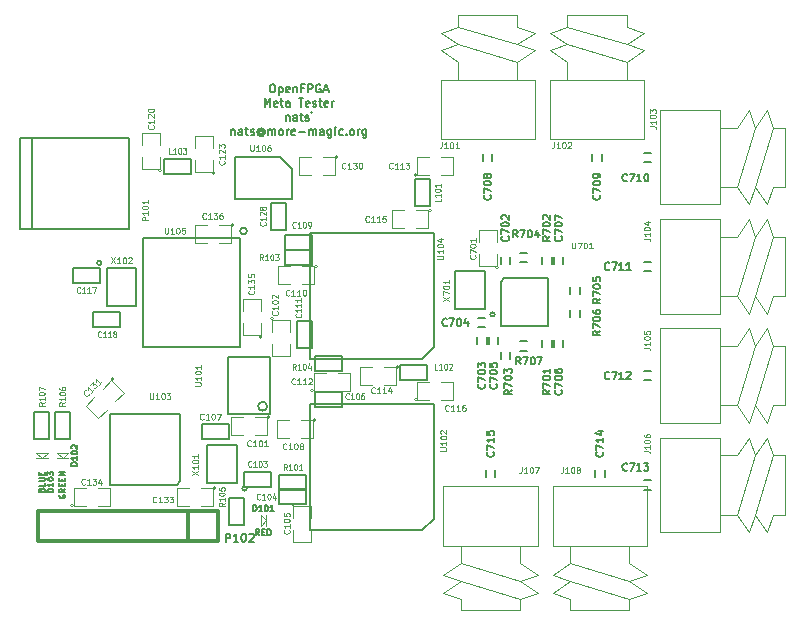
<source format=gto>
G04 #@! TF.FileFunction,Legend,Top*
%FSLAX46Y46*%
G04 Gerber Fmt 4.6, Leading zero omitted, Abs format (unit mm)*
G04 Created by KiCad (PCBNEW 4.0.5) date 03/01/17 00:06:24*
%MOMM*%
%LPD*%
G01*
G04 APERTURE LIST*
%ADD10C,0.100000*%
%ADD11C,0.150000*%
%ADD12C,0.203200*%
%ADD13C,0.304800*%
%ADD14C,0.099060*%
%ADD15C,0.127000*%
%ADD16C,0.063500*%
%ADD17C,0.066040*%
%ADD18C,0.125000*%
%ADD19C,0.152000*%
%ADD20C,0.109220*%
%ADD21C,0.114300*%
G04 APERTURE END LIST*
D10*
D11*
X159700001Y-85566667D02*
X159833334Y-85566667D01*
X159900001Y-85600000D01*
X159966668Y-85666667D01*
X160000001Y-85800000D01*
X160000001Y-86033333D01*
X159966668Y-86166667D01*
X159900001Y-86233333D01*
X159833334Y-86266667D01*
X159700001Y-86266667D01*
X159633334Y-86233333D01*
X159566668Y-86166667D01*
X159533334Y-86033333D01*
X159533334Y-85800000D01*
X159566668Y-85666667D01*
X159633334Y-85600000D01*
X159700001Y-85566667D01*
X160300001Y-85800000D02*
X160300001Y-86500000D01*
X160300001Y-85833333D02*
X160366667Y-85800000D01*
X160500001Y-85800000D01*
X160566667Y-85833333D01*
X160600001Y-85866667D01*
X160633334Y-85933333D01*
X160633334Y-86133333D01*
X160600001Y-86200000D01*
X160566667Y-86233333D01*
X160500001Y-86266667D01*
X160366667Y-86266667D01*
X160300001Y-86233333D01*
X161200000Y-86233333D02*
X161133334Y-86266667D01*
X161000000Y-86266667D01*
X160933334Y-86233333D01*
X160900000Y-86166667D01*
X160900000Y-85900000D01*
X160933334Y-85833333D01*
X161000000Y-85800000D01*
X161133334Y-85800000D01*
X161200000Y-85833333D01*
X161233334Y-85900000D01*
X161233334Y-85966667D01*
X160900000Y-86033333D01*
X161533334Y-85800000D02*
X161533334Y-86266667D01*
X161533334Y-85866667D02*
X161566667Y-85833333D01*
X161633334Y-85800000D01*
X161733334Y-85800000D01*
X161800000Y-85833333D01*
X161833334Y-85900000D01*
X161833334Y-86266667D01*
X162400000Y-85900000D02*
X162166667Y-85900000D01*
X162166667Y-86266667D02*
X162166667Y-85566667D01*
X162500000Y-85566667D01*
X162766667Y-86266667D02*
X162766667Y-85566667D01*
X163033333Y-85566667D01*
X163100000Y-85600000D01*
X163133333Y-85633333D01*
X163166667Y-85700000D01*
X163166667Y-85800000D01*
X163133333Y-85866667D01*
X163100000Y-85900000D01*
X163033333Y-85933333D01*
X162766667Y-85933333D01*
X163833333Y-85600000D02*
X163766667Y-85566667D01*
X163666667Y-85566667D01*
X163566667Y-85600000D01*
X163500000Y-85666667D01*
X163466667Y-85733333D01*
X163433333Y-85866667D01*
X163433333Y-85966667D01*
X163466667Y-86100000D01*
X163500000Y-86166667D01*
X163566667Y-86233333D01*
X163666667Y-86266667D01*
X163733333Y-86266667D01*
X163833333Y-86233333D01*
X163866667Y-86200000D01*
X163866667Y-85966667D01*
X163733333Y-85966667D01*
X164133333Y-86066667D02*
X164466667Y-86066667D01*
X164066667Y-86266667D02*
X164300000Y-85566667D01*
X164533333Y-86266667D01*
X159116668Y-87466667D02*
X159116668Y-86766667D01*
X159350001Y-87266667D01*
X159583334Y-86766667D01*
X159583334Y-87466667D01*
X160183334Y-87433333D02*
X160116668Y-87466667D01*
X159983334Y-87466667D01*
X159916668Y-87433333D01*
X159883334Y-87366667D01*
X159883334Y-87100000D01*
X159916668Y-87033333D01*
X159983334Y-87000000D01*
X160116668Y-87000000D01*
X160183334Y-87033333D01*
X160216668Y-87100000D01*
X160216668Y-87166667D01*
X159883334Y-87233333D01*
X160416668Y-87000000D02*
X160683334Y-87000000D01*
X160516668Y-86766667D02*
X160516668Y-87366667D01*
X160550001Y-87433333D01*
X160616668Y-87466667D01*
X160683334Y-87466667D01*
X161216668Y-87466667D02*
X161216668Y-87100000D01*
X161183334Y-87033333D01*
X161116668Y-87000000D01*
X160983334Y-87000000D01*
X160916668Y-87033333D01*
X161216668Y-87433333D02*
X161150001Y-87466667D01*
X160983334Y-87466667D01*
X160916668Y-87433333D01*
X160883334Y-87366667D01*
X160883334Y-87300000D01*
X160916668Y-87233333D01*
X160983334Y-87200000D01*
X161150001Y-87200000D01*
X161216668Y-87166667D01*
X161983334Y-86766667D02*
X162383334Y-86766667D01*
X162183334Y-87466667D02*
X162183334Y-86766667D01*
X162883333Y-87433333D02*
X162816667Y-87466667D01*
X162683333Y-87466667D01*
X162616667Y-87433333D01*
X162583333Y-87366667D01*
X162583333Y-87100000D01*
X162616667Y-87033333D01*
X162683333Y-87000000D01*
X162816667Y-87000000D01*
X162883333Y-87033333D01*
X162916667Y-87100000D01*
X162916667Y-87166667D01*
X162583333Y-87233333D01*
X163183333Y-87433333D02*
X163250000Y-87466667D01*
X163383333Y-87466667D01*
X163450000Y-87433333D01*
X163483333Y-87366667D01*
X163483333Y-87333333D01*
X163450000Y-87266667D01*
X163383333Y-87233333D01*
X163283333Y-87233333D01*
X163216667Y-87200000D01*
X163183333Y-87133333D01*
X163183333Y-87100000D01*
X163216667Y-87033333D01*
X163283333Y-87000000D01*
X163383333Y-87000000D01*
X163450000Y-87033333D01*
X163683334Y-87000000D02*
X163950000Y-87000000D01*
X163783334Y-86766667D02*
X163783334Y-87366667D01*
X163816667Y-87433333D01*
X163883334Y-87466667D01*
X163950000Y-87466667D01*
X164450000Y-87433333D02*
X164383334Y-87466667D01*
X164250000Y-87466667D01*
X164183334Y-87433333D01*
X164150000Y-87366667D01*
X164150000Y-87100000D01*
X164183334Y-87033333D01*
X164250000Y-87000000D01*
X164383334Y-87000000D01*
X164450000Y-87033333D01*
X164483334Y-87100000D01*
X164483334Y-87166667D01*
X164150000Y-87233333D01*
X164783334Y-87466667D02*
X164783334Y-87000000D01*
X164783334Y-87133333D02*
X164816667Y-87066667D01*
X164850000Y-87033333D01*
X164916667Y-87000000D01*
X164983334Y-87000000D01*
X160916667Y-88200000D02*
X160916667Y-88666667D01*
X160916667Y-88266667D02*
X160950000Y-88233333D01*
X161016667Y-88200000D01*
X161116667Y-88200000D01*
X161183333Y-88233333D01*
X161216667Y-88300000D01*
X161216667Y-88666667D01*
X161850000Y-88666667D02*
X161850000Y-88300000D01*
X161816666Y-88233333D01*
X161750000Y-88200000D01*
X161616666Y-88200000D01*
X161550000Y-88233333D01*
X161850000Y-88633333D02*
X161783333Y-88666667D01*
X161616666Y-88666667D01*
X161550000Y-88633333D01*
X161516666Y-88566667D01*
X161516666Y-88500000D01*
X161550000Y-88433333D01*
X161616666Y-88400000D01*
X161783333Y-88400000D01*
X161850000Y-88366667D01*
X162083333Y-88200000D02*
X162349999Y-88200000D01*
X162183333Y-87966667D02*
X162183333Y-88566667D01*
X162216666Y-88633333D01*
X162283333Y-88666667D01*
X162349999Y-88666667D01*
X162549999Y-88633333D02*
X162616666Y-88666667D01*
X162749999Y-88666667D01*
X162816666Y-88633333D01*
X162849999Y-88566667D01*
X162849999Y-88533333D01*
X162816666Y-88466667D01*
X162749999Y-88433333D01*
X162649999Y-88433333D01*
X162583333Y-88400000D01*
X162549999Y-88333333D01*
X162549999Y-88300000D01*
X162583333Y-88233333D01*
X162649999Y-88200000D01*
X162749999Y-88200000D01*
X162816666Y-88233333D01*
X163050000Y-87933333D02*
X163150000Y-88033333D01*
X156283336Y-89400000D02*
X156283336Y-89866667D01*
X156283336Y-89466667D02*
X156316669Y-89433333D01*
X156383336Y-89400000D01*
X156483336Y-89400000D01*
X156550002Y-89433333D01*
X156583336Y-89500000D01*
X156583336Y-89866667D01*
X157216669Y-89866667D02*
X157216669Y-89500000D01*
X157183335Y-89433333D01*
X157116669Y-89400000D01*
X156983335Y-89400000D01*
X156916669Y-89433333D01*
X157216669Y-89833333D02*
X157150002Y-89866667D01*
X156983335Y-89866667D01*
X156916669Y-89833333D01*
X156883335Y-89766667D01*
X156883335Y-89700000D01*
X156916669Y-89633333D01*
X156983335Y-89600000D01*
X157150002Y-89600000D01*
X157216669Y-89566667D01*
X157450002Y-89400000D02*
X157716668Y-89400000D01*
X157550002Y-89166667D02*
X157550002Y-89766667D01*
X157583335Y-89833333D01*
X157650002Y-89866667D01*
X157716668Y-89866667D01*
X157916668Y-89833333D02*
X157983335Y-89866667D01*
X158116668Y-89866667D01*
X158183335Y-89833333D01*
X158216668Y-89766667D01*
X158216668Y-89733333D01*
X158183335Y-89666667D01*
X158116668Y-89633333D01*
X158016668Y-89633333D01*
X157950002Y-89600000D01*
X157916668Y-89533333D01*
X157916668Y-89500000D01*
X157950002Y-89433333D01*
X158016668Y-89400000D01*
X158116668Y-89400000D01*
X158183335Y-89433333D01*
X158950002Y-89533333D02*
X158916669Y-89500000D01*
X158850002Y-89466667D01*
X158783335Y-89466667D01*
X158716669Y-89500000D01*
X158683335Y-89533333D01*
X158650002Y-89600000D01*
X158650002Y-89666667D01*
X158683335Y-89733333D01*
X158716669Y-89766667D01*
X158783335Y-89800000D01*
X158850002Y-89800000D01*
X158916669Y-89766667D01*
X158950002Y-89733333D01*
X158950002Y-89466667D02*
X158950002Y-89733333D01*
X158983335Y-89766667D01*
X159016669Y-89766667D01*
X159083335Y-89733333D01*
X159116669Y-89666667D01*
X159116669Y-89500000D01*
X159050002Y-89400000D01*
X158950002Y-89333333D01*
X158816669Y-89300000D01*
X158683335Y-89333333D01*
X158583335Y-89400000D01*
X158516669Y-89500000D01*
X158483335Y-89633333D01*
X158516669Y-89766667D01*
X158583335Y-89866667D01*
X158683335Y-89933333D01*
X158816669Y-89966667D01*
X158950002Y-89933333D01*
X159050002Y-89866667D01*
X159416669Y-89866667D02*
X159416669Y-89400000D01*
X159416669Y-89466667D02*
X159450002Y-89433333D01*
X159516669Y-89400000D01*
X159616669Y-89400000D01*
X159683335Y-89433333D01*
X159716669Y-89500000D01*
X159716669Y-89866667D01*
X159716669Y-89500000D02*
X159750002Y-89433333D01*
X159816669Y-89400000D01*
X159916669Y-89400000D01*
X159983335Y-89433333D01*
X160016669Y-89500000D01*
X160016669Y-89866667D01*
X160450002Y-89866667D02*
X160383335Y-89833333D01*
X160350002Y-89800000D01*
X160316668Y-89733333D01*
X160316668Y-89533333D01*
X160350002Y-89466667D01*
X160383335Y-89433333D01*
X160450002Y-89400000D01*
X160550002Y-89400000D01*
X160616668Y-89433333D01*
X160650002Y-89466667D01*
X160683335Y-89533333D01*
X160683335Y-89733333D01*
X160650002Y-89800000D01*
X160616668Y-89833333D01*
X160550002Y-89866667D01*
X160450002Y-89866667D01*
X160983335Y-89866667D02*
X160983335Y-89400000D01*
X160983335Y-89533333D02*
X161016668Y-89466667D01*
X161050001Y-89433333D01*
X161116668Y-89400000D01*
X161183335Y-89400000D01*
X161683334Y-89833333D02*
X161616668Y-89866667D01*
X161483334Y-89866667D01*
X161416668Y-89833333D01*
X161383334Y-89766667D01*
X161383334Y-89500000D01*
X161416668Y-89433333D01*
X161483334Y-89400000D01*
X161616668Y-89400000D01*
X161683334Y-89433333D01*
X161716668Y-89500000D01*
X161716668Y-89566667D01*
X161383334Y-89633333D01*
X162016668Y-89600000D02*
X162550001Y-89600000D01*
X162883335Y-89866667D02*
X162883335Y-89400000D01*
X162883335Y-89466667D02*
X162916668Y-89433333D01*
X162983335Y-89400000D01*
X163083335Y-89400000D01*
X163150001Y-89433333D01*
X163183335Y-89500000D01*
X163183335Y-89866667D01*
X163183335Y-89500000D02*
X163216668Y-89433333D01*
X163283335Y-89400000D01*
X163383335Y-89400000D01*
X163450001Y-89433333D01*
X163483335Y-89500000D01*
X163483335Y-89866667D01*
X164116668Y-89866667D02*
X164116668Y-89500000D01*
X164083334Y-89433333D01*
X164016668Y-89400000D01*
X163883334Y-89400000D01*
X163816668Y-89433333D01*
X164116668Y-89833333D02*
X164050001Y-89866667D01*
X163883334Y-89866667D01*
X163816668Y-89833333D01*
X163783334Y-89766667D01*
X163783334Y-89700000D01*
X163816668Y-89633333D01*
X163883334Y-89600000D01*
X164050001Y-89600000D01*
X164116668Y-89566667D01*
X164750001Y-89400000D02*
X164750001Y-89966667D01*
X164716667Y-90033333D01*
X164683334Y-90066667D01*
X164616667Y-90100000D01*
X164516667Y-90100000D01*
X164450001Y-90066667D01*
X164750001Y-89833333D02*
X164683334Y-89866667D01*
X164550001Y-89866667D01*
X164483334Y-89833333D01*
X164450001Y-89800000D01*
X164416667Y-89733333D01*
X164416667Y-89533333D01*
X164450001Y-89466667D01*
X164483334Y-89433333D01*
X164550001Y-89400000D01*
X164683334Y-89400000D01*
X164750001Y-89433333D01*
X165083334Y-89866667D02*
X165083334Y-89400000D01*
X165083334Y-89166667D02*
X165050000Y-89200000D01*
X165083334Y-89233333D01*
X165116667Y-89200000D01*
X165083334Y-89166667D01*
X165083334Y-89233333D01*
X165716667Y-89833333D02*
X165650000Y-89866667D01*
X165516667Y-89866667D01*
X165450000Y-89833333D01*
X165416667Y-89800000D01*
X165383333Y-89733333D01*
X165383333Y-89533333D01*
X165416667Y-89466667D01*
X165450000Y-89433333D01*
X165516667Y-89400000D01*
X165650000Y-89400000D01*
X165716667Y-89433333D01*
X166016667Y-89800000D02*
X166050000Y-89833333D01*
X166016667Y-89866667D01*
X165983333Y-89833333D01*
X166016667Y-89800000D01*
X166016667Y-89866667D01*
X166450000Y-89866667D02*
X166383333Y-89833333D01*
X166350000Y-89800000D01*
X166316666Y-89733333D01*
X166316666Y-89533333D01*
X166350000Y-89466667D01*
X166383333Y-89433333D01*
X166450000Y-89400000D01*
X166550000Y-89400000D01*
X166616666Y-89433333D01*
X166650000Y-89466667D01*
X166683333Y-89533333D01*
X166683333Y-89733333D01*
X166650000Y-89800000D01*
X166616666Y-89833333D01*
X166550000Y-89866667D01*
X166450000Y-89866667D01*
X166983333Y-89866667D02*
X166983333Y-89400000D01*
X166983333Y-89533333D02*
X167016666Y-89466667D01*
X167049999Y-89433333D01*
X167116666Y-89400000D01*
X167183333Y-89400000D01*
X167716666Y-89400000D02*
X167716666Y-89966667D01*
X167683332Y-90033333D01*
X167649999Y-90066667D01*
X167583332Y-90100000D01*
X167483332Y-90100000D01*
X167416666Y-90066667D01*
X167716666Y-89833333D02*
X167649999Y-89866667D01*
X167516666Y-89866667D01*
X167449999Y-89833333D01*
X167416666Y-89800000D01*
X167383332Y-89733333D01*
X167383332Y-89533333D01*
X167416666Y-89466667D01*
X167449999Y-89433333D01*
X167516666Y-89400000D01*
X167649999Y-89400000D01*
X167716666Y-89433333D01*
X151675000Y-119500000D02*
X151975000Y-119200000D01*
X151975000Y-119200000D02*
X151975000Y-113500000D01*
X151975000Y-113500000D02*
X145975000Y-113500000D01*
X145975000Y-113500000D02*
X145975000Y-119500000D01*
X145975000Y-119500000D02*
X151675000Y-119500000D01*
X179400000Y-102000000D02*
X179100000Y-102300000D01*
X179100000Y-102300000D02*
X179100000Y-106000000D01*
X179100000Y-106000000D02*
X183100000Y-106000000D01*
X183100000Y-106000000D02*
X183100000Y-102000000D01*
X183100000Y-102000000D02*
X179400000Y-102000000D01*
X178580278Y-105050000D02*
G75*
G03X178580278Y-105050000I-180278J0D01*
G01*
X175250000Y-104600000D02*
X175250000Y-101400000D01*
X175250000Y-101400000D02*
X177750000Y-101400000D01*
X177750000Y-101400000D02*
X177750000Y-104600000D01*
X177750000Y-104600000D02*
X175250000Y-104600000D01*
X139400820Y-90149360D02*
X139400820Y-97850640D01*
X138400060Y-90149360D02*
X138400060Y-97850640D01*
X138400060Y-97850640D02*
X147599940Y-97850640D01*
X147599940Y-97850640D02*
X147599940Y-90149360D01*
X147599940Y-90149360D02*
X138400060Y-90149360D01*
D12*
X156016000Y-113469900D02*
X156016000Y-108643900D01*
X156016000Y-108643900D02*
X159572000Y-108643900D01*
X159572000Y-108643900D02*
X159572000Y-113469900D01*
X159572000Y-113469900D02*
X156016000Y-113469900D01*
X159318000Y-112834900D02*
G75*
G03X159318000Y-112834900I-381000J0D01*
G01*
D11*
X172420000Y-123350000D02*
X173420000Y-122350000D01*
X173420000Y-122350000D02*
X173420000Y-112650000D01*
X173420000Y-112650000D02*
X162930000Y-112650000D01*
X162930000Y-112650000D02*
X162930000Y-123350000D01*
X162930000Y-123350000D02*
X172420000Y-123350000D01*
X172420000Y-108850000D02*
X173420000Y-107850000D01*
X173420000Y-107850000D02*
X173420000Y-98150000D01*
X173420000Y-98150000D02*
X162930000Y-98150000D01*
X162930000Y-98150000D02*
X162930000Y-108850000D01*
X162930000Y-108850000D02*
X172420000Y-108850000D01*
X157607843Y-98000000D02*
G75*
G03X157607843Y-98000000I-282843J0D01*
G01*
X157000000Y-107800000D02*
X157000000Y-98600000D01*
X157000000Y-98600000D02*
X148850000Y-98600000D01*
X148850000Y-98600000D02*
X148850000Y-107800000D01*
X148850000Y-107800000D02*
X157000000Y-107800000D01*
X157580278Y-119800000D02*
G75*
G03X157580278Y-119800000I-180278J0D01*
G01*
X154250000Y-119350000D02*
X154250000Y-116150000D01*
X154250000Y-116150000D02*
X156750000Y-116150000D01*
X156750000Y-116150000D02*
X156750000Y-119350000D01*
X156750000Y-119350000D02*
X154250000Y-119350000D01*
X145280278Y-100700000D02*
G75*
G03X145280278Y-100700000I-180278J0D01*
G01*
X148250000Y-101150000D02*
X148250000Y-104350000D01*
X148250000Y-104350000D02*
X145750000Y-104350000D01*
X145750000Y-104350000D02*
X145750000Y-101150000D01*
X145750000Y-101150000D02*
X148250000Y-101150000D01*
D13*
X155120000Y-121730000D02*
X155120000Y-124270000D01*
X155120000Y-124270000D02*
X139880000Y-124270000D01*
X139880000Y-124270000D02*
X139880000Y-121730000D01*
X139880000Y-121730000D02*
X155120000Y-121730000D01*
X152580000Y-121730000D02*
X152580000Y-124270000D01*
D14*
X159575500Y-113738000D02*
G75*
G03X159575500Y-113738000I-127000J0D01*
G01*
X158305500Y-113738000D02*
X159321500Y-113738000D01*
X159321500Y-113738000D02*
X159321500Y-115262000D01*
X159321500Y-115262000D02*
X158305500Y-115262000D01*
X157289500Y-115262000D02*
X156273500Y-115262000D01*
X156273500Y-115262000D02*
X156273500Y-113738000D01*
X156273500Y-113738000D02*
X157289500Y-113738000D01*
X159865000Y-105396500D02*
G75*
G03X159865000Y-105396500I-127000J0D01*
G01*
X159738000Y-106539500D02*
X159738000Y-105523500D01*
X159738000Y-105523500D02*
X161262000Y-105523500D01*
X161262000Y-105523500D02*
X161262000Y-106539500D01*
X161262000Y-107555500D02*
X161262000Y-108571500D01*
X161262000Y-108571500D02*
X159738000Y-108571500D01*
X159738000Y-108571500D02*
X159738000Y-107555500D01*
D15*
X157357000Y-118365000D02*
X159643000Y-118365000D01*
X159643000Y-118365000D02*
X159643000Y-119635000D01*
X159643000Y-119635000D02*
X157357000Y-119635000D01*
X157357000Y-119635000D02*
X157357000Y-118365000D01*
X162631000Y-121135000D02*
X160345000Y-121135000D01*
X160345000Y-121135000D02*
X160345000Y-119865000D01*
X160345000Y-119865000D02*
X162631000Y-119865000D01*
X162631000Y-119865000D02*
X162631000Y-121135000D01*
D14*
X161615000Y-121146500D02*
G75*
G03X161615000Y-121146500I-127000J0D01*
G01*
X161488000Y-122289500D02*
X161488000Y-121273500D01*
X161488000Y-121273500D02*
X163012000Y-121273500D01*
X163012000Y-121273500D02*
X163012000Y-122289500D01*
X163012000Y-123305500D02*
X163012000Y-124321500D01*
X163012000Y-124321500D02*
X161488000Y-124321500D01*
X161488000Y-124321500D02*
X161488000Y-123305500D01*
D15*
X163357000Y-111615000D02*
X165643000Y-111615000D01*
X165643000Y-111615000D02*
X165643000Y-112885000D01*
X165643000Y-112885000D02*
X163357000Y-112885000D01*
X163357000Y-112885000D02*
X163357000Y-111615000D01*
X153845000Y-114365000D02*
X156131000Y-114365000D01*
X156131000Y-114365000D02*
X156131000Y-115635000D01*
X156131000Y-115635000D02*
X153845000Y-115635000D01*
X153845000Y-115635000D02*
X153845000Y-114365000D01*
D14*
X163480500Y-113988000D02*
G75*
G03X163480500Y-113988000I-127000J0D01*
G01*
X162210500Y-113988000D02*
X163226500Y-113988000D01*
X163226500Y-113988000D02*
X163226500Y-115512000D01*
X163226500Y-115512000D02*
X162210500Y-115512000D01*
X161194500Y-115512000D02*
X160178500Y-115512000D01*
X160178500Y-115512000D02*
X160178500Y-113988000D01*
X160178500Y-113988000D02*
X161194500Y-113988000D01*
D15*
X163131000Y-99635000D02*
X160845000Y-99635000D01*
X160845000Y-99635000D02*
X160845000Y-98365000D01*
X160845000Y-98365000D02*
X163131000Y-98365000D01*
X163131000Y-98365000D02*
X163131000Y-99635000D01*
D14*
X163575500Y-100988000D02*
G75*
G03X163575500Y-100988000I-127000J0D01*
G01*
X162305500Y-100988000D02*
X163321500Y-100988000D01*
X163321500Y-100988000D02*
X163321500Y-102512000D01*
X163321500Y-102512000D02*
X162305500Y-102512000D01*
X161289500Y-102512000D02*
X160273500Y-102512000D01*
X160273500Y-102512000D02*
X160273500Y-100988000D01*
X160273500Y-100988000D02*
X161289500Y-100988000D01*
D15*
X161865000Y-107881000D02*
X161865000Y-105595000D01*
X161865000Y-105595000D02*
X163135000Y-105595000D01*
X163135000Y-105595000D02*
X163135000Y-107881000D01*
X163135000Y-107881000D02*
X161865000Y-107881000D01*
D14*
X163273500Y-111512000D02*
G75*
G03X163273500Y-111512000I-127000J0D01*
G01*
X164289500Y-111512000D02*
X163273500Y-111512000D01*
X163273500Y-111512000D02*
X163273500Y-109988000D01*
X163273500Y-109988000D02*
X164289500Y-109988000D01*
X165305500Y-109988000D02*
X166321500Y-109988000D01*
X166321500Y-109988000D02*
X166321500Y-111512000D01*
X166321500Y-111512000D02*
X165305500Y-111512000D01*
X172023500Y-93262000D02*
G75*
G03X172023500Y-93262000I-127000J0D01*
G01*
X173039500Y-93262000D02*
X172023500Y-93262000D01*
X172023500Y-93262000D02*
X172023500Y-91738000D01*
X172023500Y-91738000D02*
X173039500Y-91738000D01*
X174055500Y-91738000D02*
X175071500Y-91738000D01*
X175071500Y-91738000D02*
X175071500Y-93262000D01*
X175071500Y-93262000D02*
X174055500Y-93262000D01*
X170480500Y-109488000D02*
G75*
G03X170480500Y-109488000I-127000J0D01*
G01*
X169210500Y-109488000D02*
X170226500Y-109488000D01*
X170226500Y-109488000D02*
X170226500Y-111012000D01*
X170226500Y-111012000D02*
X169210500Y-111012000D01*
X168194500Y-111012000D02*
X167178500Y-111012000D01*
X167178500Y-111012000D02*
X167178500Y-109488000D01*
X167178500Y-109488000D02*
X168194500Y-109488000D01*
X173230500Y-96238000D02*
G75*
G03X173230500Y-96238000I-127000J0D01*
G01*
X171960500Y-96238000D02*
X172976500Y-96238000D01*
X172976500Y-96238000D02*
X172976500Y-97762000D01*
X172976500Y-97762000D02*
X171960500Y-97762000D01*
X170944500Y-97762000D02*
X169928500Y-97762000D01*
X169928500Y-97762000D02*
X169928500Y-96238000D01*
X169928500Y-96238000D02*
X170944500Y-96238000D01*
X172023500Y-112262000D02*
G75*
G03X172023500Y-112262000I-127000J0D01*
G01*
X173039500Y-112262000D02*
X172023500Y-112262000D01*
X172023500Y-112262000D02*
X172023500Y-110738000D01*
X172023500Y-110738000D02*
X173039500Y-110738000D01*
X174055500Y-110738000D02*
X175071500Y-110738000D01*
X175071500Y-110738000D02*
X175071500Y-112262000D01*
X175071500Y-112262000D02*
X174055500Y-112262000D01*
D15*
X145155000Y-102385000D02*
X142869000Y-102385000D01*
X142869000Y-102385000D02*
X142869000Y-101115000D01*
X142869000Y-101115000D02*
X145155000Y-101115000D01*
X145155000Y-101115000D02*
X145155000Y-102385000D01*
X146905000Y-106135000D02*
X144619000Y-106135000D01*
X144619000Y-106135000D02*
X144619000Y-104865000D01*
X144619000Y-104865000D02*
X146905000Y-104865000D01*
X146905000Y-104865000D02*
X146905000Y-106135000D01*
D14*
X150389000Y-92901000D02*
G75*
G03X150389000Y-92901000I-127000J0D01*
G01*
X150262000Y-91758000D02*
X150262000Y-92774000D01*
X150262000Y-92774000D02*
X148738000Y-92774000D01*
X148738000Y-92774000D02*
X148738000Y-91758000D01*
X148738000Y-90742000D02*
X148738000Y-89726000D01*
X148738000Y-89726000D02*
X150262000Y-89726000D01*
X150262000Y-89726000D02*
X150262000Y-90742000D01*
X154889000Y-93103500D02*
G75*
G03X154889000Y-93103500I-127000J0D01*
G01*
X154762000Y-91960500D02*
X154762000Y-92976500D01*
X154762000Y-92976500D02*
X153238000Y-92976500D01*
X153238000Y-92976500D02*
X153238000Y-91960500D01*
X153238000Y-90944500D02*
X153238000Y-89928500D01*
X153238000Y-89928500D02*
X154762000Y-89928500D01*
X154762000Y-89928500D02*
X154762000Y-90944500D01*
D15*
X159615000Y-97893000D02*
X159615000Y-95607000D01*
X159615000Y-95607000D02*
X160885000Y-95607000D01*
X160885000Y-95607000D02*
X160885000Y-97893000D01*
X160885000Y-97893000D02*
X159615000Y-97893000D01*
D14*
X165325500Y-91738000D02*
G75*
G03X165325500Y-91738000I-127000J0D01*
G01*
X164055500Y-91738000D02*
X165071500Y-91738000D01*
X165071500Y-91738000D02*
X165071500Y-93262000D01*
X165071500Y-93262000D02*
X164055500Y-93262000D01*
X163039500Y-93262000D02*
X162023500Y-93262000D01*
X162023500Y-93262000D02*
X162023500Y-91738000D01*
X162023500Y-91738000D02*
X163039500Y-91738000D01*
X178889000Y-101103500D02*
G75*
G03X178889000Y-101103500I-127000J0D01*
G01*
X178762000Y-99960500D02*
X178762000Y-100976500D01*
X178762000Y-100976500D02*
X177238000Y-100976500D01*
X177238000Y-100976500D02*
X177238000Y-99960500D01*
X177238000Y-98944500D02*
X177238000Y-97928500D01*
X177238000Y-97928500D02*
X178762000Y-97928500D01*
X178762000Y-97928500D02*
X178762000Y-98944500D01*
D11*
X179900000Y-100300000D02*
X179900000Y-100200000D01*
X179100000Y-100300000D02*
X179100000Y-100200000D01*
X179900000Y-100800000D02*
X179900000Y-100300000D01*
X179100000Y-100800000D02*
X179100000Y-100300000D01*
X177100000Y-107450000D02*
X177100000Y-107550000D01*
X177900000Y-107450000D02*
X177900000Y-107550000D01*
X177100000Y-106950000D02*
X177100000Y-107450000D01*
X177900000Y-106950000D02*
X177900000Y-107450000D01*
X177300000Y-105350000D02*
X177200000Y-105350000D01*
X177300000Y-106150000D02*
X177200000Y-106150000D01*
X177800000Y-105350000D02*
X177300000Y-105350000D01*
X177800000Y-106150000D02*
X177300000Y-106150000D01*
X178100000Y-107450000D02*
X178100000Y-107550000D01*
X178900000Y-107450000D02*
X178900000Y-107550000D01*
X178100000Y-106950000D02*
X178100000Y-107450000D01*
X178900000Y-106950000D02*
X178900000Y-107450000D01*
X184400000Y-107300000D02*
X184400000Y-107200000D01*
X183600000Y-107300000D02*
X183600000Y-107200000D01*
X184400000Y-107800000D02*
X184400000Y-107300000D01*
X183600000Y-107800000D02*
X183600000Y-107300000D01*
X183600000Y-100700000D02*
X183600000Y-100800000D01*
X184400000Y-100700000D02*
X184400000Y-100800000D01*
X183600000Y-100200000D02*
X183600000Y-100700000D01*
X184400000Y-100200000D02*
X184400000Y-100700000D01*
X178400000Y-91550000D02*
X178400000Y-91450000D01*
X177600000Y-91550000D02*
X177600000Y-91450000D01*
X178400000Y-92050000D02*
X178400000Y-91550000D01*
X177600000Y-92050000D02*
X177600000Y-91550000D01*
X187650000Y-91550000D02*
X187650000Y-91450000D01*
X186850000Y-91550000D02*
X186850000Y-91450000D01*
X187650000Y-92050000D02*
X187650000Y-91550000D01*
X186850000Y-92050000D02*
X186850000Y-91550000D01*
X191700000Y-92150000D02*
X191800000Y-92150000D01*
X191700000Y-91350000D02*
X191800000Y-91350000D01*
X191200000Y-92150000D02*
X191700000Y-92150000D01*
X191200000Y-91350000D02*
X191700000Y-91350000D01*
X191700000Y-101400000D02*
X191800000Y-101400000D01*
X191700000Y-100600000D02*
X191800000Y-100600000D01*
X191200000Y-101400000D02*
X191700000Y-101400000D01*
X191200000Y-100600000D02*
X191700000Y-100600000D01*
X191700000Y-110650000D02*
X191800000Y-110650000D01*
X191700000Y-109850000D02*
X191800000Y-109850000D01*
X191200000Y-110650000D02*
X191700000Y-110650000D01*
X191200000Y-109850000D02*
X191700000Y-109850000D01*
X191700000Y-119900000D02*
X191800000Y-119900000D01*
X191700000Y-119100000D02*
X191800000Y-119100000D01*
X191200000Y-119900000D02*
X191700000Y-119900000D01*
X191200000Y-119100000D02*
X191700000Y-119100000D01*
X187100000Y-118700000D02*
X187100000Y-118800000D01*
X187900000Y-118700000D02*
X187900000Y-118800000D01*
X187100000Y-118200000D02*
X187100000Y-118700000D01*
X187900000Y-118200000D02*
X187900000Y-118700000D01*
X177850000Y-118700000D02*
X177850000Y-118800000D01*
X178650000Y-118700000D02*
X178650000Y-118800000D01*
X177850000Y-118200000D02*
X177850000Y-118700000D01*
X178650000Y-118200000D02*
X178650000Y-118700000D01*
D15*
X173135000Y-93595000D02*
X173135000Y-95881000D01*
X173135000Y-95881000D02*
X171865000Y-95881000D01*
X171865000Y-95881000D02*
X171865000Y-93595000D01*
X171865000Y-93595000D02*
X173135000Y-93595000D01*
X170607000Y-109365000D02*
X172893000Y-109365000D01*
X172893000Y-109365000D02*
X172893000Y-110635000D01*
X172893000Y-110635000D02*
X170607000Y-110635000D01*
X170607000Y-110635000D02*
X170607000Y-109365000D01*
X150595000Y-91865000D02*
X152881000Y-91865000D01*
X152881000Y-91865000D02*
X152881000Y-93135000D01*
X152881000Y-93135000D02*
X150595000Y-93135000D01*
X150595000Y-93135000D02*
X150595000Y-91865000D01*
X162631000Y-119885000D02*
X160345000Y-119885000D01*
X160345000Y-119885000D02*
X160345000Y-118615000D01*
X160345000Y-118615000D02*
X162631000Y-118615000D01*
X162631000Y-118615000D02*
X162631000Y-119885000D01*
X163143000Y-100885000D02*
X160857000Y-100885000D01*
X160857000Y-100885000D02*
X160857000Y-99615000D01*
X160857000Y-99615000D02*
X163143000Y-99615000D01*
X163143000Y-99615000D02*
X163143000Y-100885000D01*
X163369000Y-108615000D02*
X165655000Y-108615000D01*
X165655000Y-108615000D02*
X165655000Y-109885000D01*
X165655000Y-109885000D02*
X163369000Y-109885000D01*
X163369000Y-109885000D02*
X163369000Y-108615000D01*
X157385000Y-120607000D02*
X157385000Y-122893000D01*
X157385000Y-122893000D02*
X156115000Y-122893000D01*
X156115000Y-122893000D02*
X156115000Y-120607000D01*
X156115000Y-120607000D02*
X157385000Y-120607000D01*
X142635000Y-113345000D02*
X142635000Y-115631000D01*
X142635000Y-115631000D02*
X141365000Y-115631000D01*
X141365000Y-115631000D02*
X141365000Y-113345000D01*
X141365000Y-113345000D02*
X142635000Y-113345000D01*
X140885000Y-113345000D02*
X140885000Y-115631000D01*
X140885000Y-115631000D02*
X139615000Y-115631000D01*
X139615000Y-115631000D02*
X139615000Y-113345000D01*
X139615000Y-113345000D02*
X140885000Y-113345000D01*
D11*
X183400000Y-107300000D02*
X183400000Y-107200000D01*
X182600000Y-107300000D02*
X182600000Y-107200000D01*
X183400000Y-107800000D02*
X183400000Y-107300000D01*
X182600000Y-107800000D02*
X182600000Y-107300000D01*
X182600000Y-100700000D02*
X182600000Y-100800000D01*
X183400000Y-100700000D02*
X183400000Y-100800000D01*
X182600000Y-100200000D02*
X182600000Y-100700000D01*
X183400000Y-100200000D02*
X183400000Y-100700000D01*
X179900000Y-108300000D02*
X179900000Y-108200000D01*
X179100000Y-108300000D02*
X179100000Y-108200000D01*
X179900000Y-108800000D02*
X179900000Y-108300000D01*
X179100000Y-108800000D02*
X179100000Y-108300000D01*
X181200000Y-100650000D02*
X181300000Y-100650000D01*
X181200000Y-99850000D02*
X181300000Y-99850000D01*
X180700000Y-100650000D02*
X181200000Y-100650000D01*
X180700000Y-99850000D02*
X181200000Y-99850000D01*
X185000000Y-103200000D02*
X185000000Y-103300000D01*
X185800000Y-103200000D02*
X185800000Y-103300000D01*
X185000000Y-102700000D02*
X185000000Y-103200000D01*
X185800000Y-102700000D02*
X185800000Y-103200000D01*
X185000000Y-105200000D02*
X185000000Y-105300000D01*
X185800000Y-105200000D02*
X185800000Y-105300000D01*
X185000000Y-104700000D02*
X185000000Y-105200000D01*
X185800000Y-104700000D02*
X185800000Y-105200000D01*
X180800000Y-107350000D02*
X180700000Y-107350000D01*
X180800000Y-108150000D02*
X180700000Y-108150000D01*
X181300000Y-107350000D02*
X180800000Y-107350000D01*
X181300000Y-108150000D02*
X180800000Y-108150000D01*
D16*
X159200700Y-122500000D02*
X158800700Y-122000000D01*
X158800700Y-123000000D02*
X159200700Y-122500000D01*
X158800700Y-122000000D02*
X158800700Y-123000000D01*
D17*
X159200980Y-123000000D02*
X159200700Y-122649860D01*
X159200700Y-122350140D02*
X159200700Y-122649860D01*
X159200980Y-122000000D02*
X159200700Y-122350140D01*
D16*
X142000000Y-117200000D02*
X142500000Y-116800000D01*
X141500000Y-116800000D02*
X142000000Y-117200000D01*
X142500000Y-116800000D02*
X141500000Y-116800000D01*
D17*
X141500000Y-117200280D02*
X141850140Y-117200000D01*
X142149860Y-117200000D02*
X141850140Y-117200000D01*
X142500000Y-117200280D02*
X142149860Y-117200000D01*
D16*
X140250000Y-117200000D02*
X140750000Y-116800000D01*
X139750000Y-116800000D02*
X140250000Y-117200000D01*
X140750000Y-116800000D02*
X139750000Y-116800000D01*
D17*
X139750000Y-117200280D02*
X140100140Y-117200000D01*
X140399860Y-117200000D02*
X140100140Y-117200000D01*
X140750000Y-117200280D02*
X140399860Y-117200000D01*
D14*
X146332099Y-110543751D02*
G75*
G03X146332099Y-110543751I-127000J0D01*
G01*
X145396876Y-111351974D02*
X146115296Y-110633554D01*
X146115296Y-110633554D02*
X147192927Y-111711185D01*
X147192927Y-111711185D02*
X146474507Y-112429605D01*
X145756086Y-113148026D02*
X145037666Y-113866446D01*
X145037666Y-113866446D02*
X143960035Y-112788815D01*
X143960035Y-112788815D02*
X144678455Y-112070395D01*
X154980500Y-119738000D02*
G75*
G03X154980500Y-119738000I-127000J0D01*
G01*
X153710500Y-119738000D02*
X154726500Y-119738000D01*
X154726500Y-119738000D02*
X154726500Y-121262000D01*
X154726500Y-121262000D02*
X153710500Y-121262000D01*
X152694500Y-121262000D02*
X151678500Y-121262000D01*
X151678500Y-121262000D02*
X151678500Y-119738000D01*
X151678500Y-119738000D02*
X152694500Y-119738000D01*
X142928500Y-121262000D02*
G75*
G03X142928500Y-121262000I-127000J0D01*
G01*
X143944500Y-121262000D02*
X142928500Y-121262000D01*
X142928500Y-121262000D02*
X142928500Y-119738000D01*
X142928500Y-119738000D02*
X143944500Y-119738000D01*
X144960500Y-119738000D02*
X145976500Y-119738000D01*
X145976500Y-119738000D02*
X145976500Y-121262000D01*
X145976500Y-121262000D02*
X144960500Y-121262000D01*
X158889000Y-106948500D02*
G75*
G03X158889000Y-106948500I-127000J0D01*
G01*
X158762000Y-105805500D02*
X158762000Y-106821500D01*
X158762000Y-106821500D02*
X157238000Y-106821500D01*
X157238000Y-106821500D02*
X157238000Y-105805500D01*
X157238000Y-104789500D02*
X157238000Y-103773500D01*
X157238000Y-103773500D02*
X158762000Y-103773500D01*
X158762000Y-103773500D02*
X158762000Y-104789500D01*
X156480500Y-97488000D02*
G75*
G03X156480500Y-97488000I-127000J0D01*
G01*
X155210500Y-97488000D02*
X156226500Y-97488000D01*
X156226500Y-97488000D02*
X156226500Y-99012000D01*
X156226500Y-99012000D02*
X155210500Y-99012000D01*
X154194500Y-99012000D02*
X153178500Y-99012000D01*
X153178500Y-99012000D02*
X153178500Y-97488000D01*
X153178500Y-97488000D02*
X154194500Y-97488000D01*
D11*
X161400000Y-92750000D02*
X160400000Y-91750000D01*
X160400000Y-91750000D02*
X156600000Y-91750000D01*
X156600000Y-91750000D02*
X156600000Y-95250000D01*
X156600000Y-95250000D02*
X161400000Y-95250000D01*
X161400000Y-95250000D02*
X161400000Y-92750000D01*
D10*
X175500000Y-82200000D02*
X180500000Y-83700000D01*
X175500000Y-80700000D02*
X180500000Y-82200000D01*
X180500000Y-83700000D02*
X180500000Y-85200000D01*
X182000000Y-82700000D02*
X180500000Y-83700000D01*
X180500000Y-82200000D02*
X182000000Y-82700000D01*
X182000000Y-81200000D02*
X180500000Y-82200000D01*
X180500000Y-80700000D02*
X182000000Y-81200000D01*
X180500000Y-79700000D02*
X180500000Y-80700000D01*
X175500000Y-79700000D02*
X180500000Y-79700000D01*
X175500000Y-80700000D02*
X175500000Y-79700000D01*
X174000000Y-81200000D02*
X175500000Y-80700000D01*
X175500000Y-82200000D02*
X174000000Y-81200000D01*
X174000000Y-82700000D02*
X175500000Y-82200000D01*
X175500000Y-83700000D02*
X174000000Y-82700000D01*
X175500000Y-85200000D02*
X175500000Y-83700000D01*
X174000000Y-90200000D02*
X174000000Y-85200000D01*
X182000000Y-90200000D02*
X174000000Y-90200000D01*
X182000000Y-85200000D02*
X182000000Y-90200000D01*
X174000000Y-85200000D02*
X182000000Y-85200000D01*
X184750000Y-82200000D02*
X189750000Y-83700000D01*
X184750000Y-80700000D02*
X189750000Y-82200000D01*
X189750000Y-83700000D02*
X189750000Y-85200000D01*
X191250000Y-82700000D02*
X189750000Y-83700000D01*
X189750000Y-82200000D02*
X191250000Y-82700000D01*
X191250000Y-81200000D02*
X189750000Y-82200000D01*
X189750000Y-80700000D02*
X191250000Y-81200000D01*
X189750000Y-79700000D02*
X189750000Y-80700000D01*
X184750000Y-79700000D02*
X189750000Y-79700000D01*
X184750000Y-80700000D02*
X184750000Y-79700000D01*
X183250000Y-81200000D02*
X184750000Y-80700000D01*
X184750000Y-82200000D02*
X183250000Y-81200000D01*
X183250000Y-82700000D02*
X184750000Y-82200000D01*
X184750000Y-83700000D02*
X183250000Y-82700000D01*
X184750000Y-85200000D02*
X184750000Y-83700000D01*
X183250000Y-90200000D02*
X183250000Y-85200000D01*
X191250000Y-90200000D02*
X183250000Y-90200000D01*
X191250000Y-85200000D02*
X191250000Y-90200000D01*
X183250000Y-85200000D02*
X191250000Y-85200000D01*
X200625000Y-89250000D02*
X199125000Y-94250000D01*
X202125000Y-89250000D02*
X200625000Y-94250000D01*
X199125000Y-94250000D02*
X197625000Y-94250000D01*
X200125000Y-95750000D02*
X199125000Y-94250000D01*
X200625000Y-94250000D02*
X200125000Y-95750000D01*
X201625000Y-95750000D02*
X200625000Y-94250000D01*
X202125000Y-94250000D02*
X201625000Y-95750000D01*
X203125000Y-94250000D02*
X202125000Y-94250000D01*
X203125000Y-89250000D02*
X203125000Y-94250000D01*
X202125000Y-89250000D02*
X203125000Y-89250000D01*
X201625000Y-87750000D02*
X202125000Y-89250000D01*
X200625000Y-89250000D02*
X201625000Y-87750000D01*
X200125000Y-87750000D02*
X200625000Y-89250000D01*
X199125000Y-89250000D02*
X200125000Y-87750000D01*
X197625000Y-89250000D02*
X199125000Y-89250000D01*
X192625000Y-87750000D02*
X197625000Y-87750000D01*
X192625000Y-95750000D02*
X192625000Y-87750000D01*
X197625000Y-95750000D02*
X192625000Y-95750000D01*
X197625000Y-87750000D02*
X197625000Y-95750000D01*
X200625000Y-98500000D02*
X199125000Y-103500000D01*
X202125000Y-98500000D02*
X200625000Y-103500000D01*
X199125000Y-103500000D02*
X197625000Y-103500000D01*
X200125000Y-105000000D02*
X199125000Y-103500000D01*
X200625000Y-103500000D02*
X200125000Y-105000000D01*
X201625000Y-105000000D02*
X200625000Y-103500000D01*
X202125000Y-103500000D02*
X201625000Y-105000000D01*
X203125000Y-103500000D02*
X202125000Y-103500000D01*
X203125000Y-98500000D02*
X203125000Y-103500000D01*
X202125000Y-98500000D02*
X203125000Y-98500000D01*
X201625000Y-97000000D02*
X202125000Y-98500000D01*
X200625000Y-98500000D02*
X201625000Y-97000000D01*
X200125000Y-97000000D02*
X200625000Y-98500000D01*
X199125000Y-98500000D02*
X200125000Y-97000000D01*
X197625000Y-98500000D02*
X199125000Y-98500000D01*
X192625000Y-97000000D02*
X197625000Y-97000000D01*
X192625000Y-105000000D02*
X192625000Y-97000000D01*
X197625000Y-105000000D02*
X192625000Y-105000000D01*
X197625000Y-97000000D02*
X197625000Y-105000000D01*
X200625000Y-107750000D02*
X199125000Y-112750000D01*
X202125000Y-107750000D02*
X200625000Y-112750000D01*
X199125000Y-112750000D02*
X197625000Y-112750000D01*
X200125000Y-114250000D02*
X199125000Y-112750000D01*
X200625000Y-112750000D02*
X200125000Y-114250000D01*
X201625000Y-114250000D02*
X200625000Y-112750000D01*
X202125000Y-112750000D02*
X201625000Y-114250000D01*
X203125000Y-112750000D02*
X202125000Y-112750000D01*
X203125000Y-107750000D02*
X203125000Y-112750000D01*
X202125000Y-107750000D02*
X203125000Y-107750000D01*
X201625000Y-106250000D02*
X202125000Y-107750000D01*
X200625000Y-107750000D02*
X201625000Y-106250000D01*
X200125000Y-106250000D02*
X200625000Y-107750000D01*
X199125000Y-107750000D02*
X200125000Y-106250000D01*
X197625000Y-107750000D02*
X199125000Y-107750000D01*
X192625000Y-106250000D02*
X197625000Y-106250000D01*
X192625000Y-114250000D02*
X192625000Y-106250000D01*
X197625000Y-114250000D02*
X192625000Y-114250000D01*
X197625000Y-106250000D02*
X197625000Y-114250000D01*
X200625000Y-117000000D02*
X199125000Y-122000000D01*
X202125000Y-117000000D02*
X200625000Y-122000000D01*
X199125000Y-122000000D02*
X197625000Y-122000000D01*
X200125000Y-123500000D02*
X199125000Y-122000000D01*
X200625000Y-122000000D02*
X200125000Y-123500000D01*
X201625000Y-123500000D02*
X200625000Y-122000000D01*
X202125000Y-122000000D02*
X201625000Y-123500000D01*
X203125000Y-122000000D02*
X202125000Y-122000000D01*
X203125000Y-117000000D02*
X203125000Y-122000000D01*
X202125000Y-117000000D02*
X203125000Y-117000000D01*
X201625000Y-115500000D02*
X202125000Y-117000000D01*
X200625000Y-117000000D02*
X201625000Y-115500000D01*
X200125000Y-115500000D02*
X200625000Y-117000000D01*
X199125000Y-117000000D02*
X200125000Y-115500000D01*
X197625000Y-117000000D02*
X199125000Y-117000000D01*
X192625000Y-115500000D02*
X197625000Y-115500000D01*
X192625000Y-123500000D02*
X192625000Y-115500000D01*
X197625000Y-123500000D02*
X192625000Y-123500000D01*
X197625000Y-115500000D02*
X197625000Y-123500000D01*
X180750000Y-127625000D02*
X175750000Y-126125000D01*
X180750000Y-129125000D02*
X175750000Y-127625000D01*
X175750000Y-126125000D02*
X175750000Y-124625000D01*
X174250000Y-127125000D02*
X175750000Y-126125000D01*
X175750000Y-127625000D02*
X174250000Y-127125000D01*
X174250000Y-128625000D02*
X175750000Y-127625000D01*
X175750000Y-129125000D02*
X174250000Y-128625000D01*
X175750000Y-130125000D02*
X175750000Y-129125000D01*
X180750000Y-130125000D02*
X175750000Y-130125000D01*
X180750000Y-129125000D02*
X180750000Y-130125000D01*
X182250000Y-128625000D02*
X180750000Y-129125000D01*
X180750000Y-127625000D02*
X182250000Y-128625000D01*
X182250000Y-127125000D02*
X180750000Y-127625000D01*
X180750000Y-126125000D02*
X182250000Y-127125000D01*
X180750000Y-124625000D02*
X180750000Y-126125000D01*
X182250000Y-119625000D02*
X182250000Y-124625000D01*
X174250000Y-119625000D02*
X182250000Y-119625000D01*
X174250000Y-124625000D02*
X174250000Y-119625000D01*
X182250000Y-124625000D02*
X174250000Y-124625000D01*
X190000000Y-127625000D02*
X185000000Y-126125000D01*
X190000000Y-129125000D02*
X185000000Y-127625000D01*
X185000000Y-126125000D02*
X185000000Y-124625000D01*
X183500000Y-127125000D02*
X185000000Y-126125000D01*
X185000000Y-127625000D02*
X183500000Y-127125000D01*
X183500000Y-128625000D02*
X185000000Y-127625000D01*
X185000000Y-129125000D02*
X183500000Y-128625000D01*
X185000000Y-130125000D02*
X185000000Y-129125000D01*
X190000000Y-130125000D02*
X185000000Y-130125000D01*
X190000000Y-129125000D02*
X190000000Y-130125000D01*
X191500000Y-128625000D02*
X190000000Y-129125000D01*
X190000000Y-127625000D02*
X191500000Y-128625000D01*
X191500000Y-127125000D02*
X190000000Y-127625000D01*
X190000000Y-126125000D02*
X191500000Y-127125000D01*
X190000000Y-124625000D02*
X190000000Y-126125000D01*
X191500000Y-119625000D02*
X191500000Y-124625000D01*
X183500000Y-119625000D02*
X191500000Y-119625000D01*
X183500000Y-124625000D02*
X183500000Y-119625000D01*
X191500000Y-124625000D02*
X183500000Y-124625000D01*
D18*
X149392858Y-111726190D02*
X149392858Y-112130952D01*
X149416667Y-112178571D01*
X149440477Y-112202381D01*
X149488096Y-112226190D01*
X149583334Y-112226190D01*
X149630953Y-112202381D01*
X149654762Y-112178571D01*
X149678572Y-112130952D01*
X149678572Y-111726190D01*
X150178572Y-112226190D02*
X149892858Y-112226190D01*
X150035715Y-112226190D02*
X150035715Y-111726190D01*
X149988096Y-111797619D01*
X149940477Y-111845238D01*
X149892858Y-111869048D01*
X150488096Y-111726190D02*
X150535715Y-111726190D01*
X150583334Y-111750000D01*
X150607143Y-111773810D01*
X150630953Y-111821429D01*
X150654762Y-111916667D01*
X150654762Y-112035714D01*
X150630953Y-112130952D01*
X150607143Y-112178571D01*
X150583334Y-112202381D01*
X150535715Y-112226190D01*
X150488096Y-112226190D01*
X150440477Y-112202381D01*
X150416667Y-112178571D01*
X150392858Y-112130952D01*
X150369048Y-112035714D01*
X150369048Y-111916667D01*
X150392858Y-111821429D01*
X150416667Y-111773810D01*
X150440477Y-111750000D01*
X150488096Y-111726190D01*
X150821429Y-111726190D02*
X151130952Y-111726190D01*
X150964286Y-111916667D01*
X151035714Y-111916667D01*
X151083333Y-111940476D01*
X151107143Y-111964286D01*
X151130952Y-112011905D01*
X151130952Y-112130952D01*
X151107143Y-112178571D01*
X151083333Y-112202381D01*
X151035714Y-112226190D01*
X150892857Y-112226190D01*
X150845238Y-112202381D01*
X150821429Y-112178571D01*
X185142858Y-98976190D02*
X185142858Y-99380952D01*
X185166667Y-99428571D01*
X185190477Y-99452381D01*
X185238096Y-99476190D01*
X185333334Y-99476190D01*
X185380953Y-99452381D01*
X185404762Y-99428571D01*
X185428572Y-99380952D01*
X185428572Y-98976190D01*
X185619049Y-98976190D02*
X185952382Y-98976190D01*
X185738096Y-99476190D01*
X186238096Y-98976190D02*
X186285715Y-98976190D01*
X186333334Y-99000000D01*
X186357143Y-99023810D01*
X186380953Y-99071429D01*
X186404762Y-99166667D01*
X186404762Y-99285714D01*
X186380953Y-99380952D01*
X186357143Y-99428571D01*
X186333334Y-99452381D01*
X186285715Y-99476190D01*
X186238096Y-99476190D01*
X186190477Y-99452381D01*
X186166667Y-99428571D01*
X186142858Y-99380952D01*
X186119048Y-99285714D01*
X186119048Y-99166667D01*
X186142858Y-99071429D01*
X186166667Y-99023810D01*
X186190477Y-99000000D01*
X186238096Y-98976190D01*
X186880952Y-99476190D02*
X186595238Y-99476190D01*
X186738095Y-99476190D02*
X186738095Y-98976190D01*
X186690476Y-99047619D01*
X186642857Y-99095238D01*
X186595238Y-99119048D01*
X174226190Y-103880951D02*
X174726190Y-103547618D01*
X174226190Y-103547618D02*
X174726190Y-103880951D01*
X174226190Y-103404761D02*
X174226190Y-103071428D01*
X174726190Y-103285714D01*
X174226190Y-102785714D02*
X174226190Y-102738095D01*
X174250000Y-102690476D01*
X174273810Y-102666667D01*
X174321429Y-102642857D01*
X174416667Y-102619048D01*
X174535714Y-102619048D01*
X174630952Y-102642857D01*
X174678571Y-102666667D01*
X174702381Y-102690476D01*
X174726190Y-102738095D01*
X174726190Y-102785714D01*
X174702381Y-102833333D01*
X174678571Y-102857143D01*
X174630952Y-102880952D01*
X174535714Y-102904762D01*
X174416667Y-102904762D01*
X174321429Y-102880952D01*
X174273810Y-102857143D01*
X174250000Y-102833333D01*
X174226190Y-102785714D01*
X174726190Y-102142858D02*
X174726190Y-102428572D01*
X174726190Y-102285715D02*
X174226190Y-102285715D01*
X174297619Y-102333334D01*
X174345238Y-102380953D01*
X174369048Y-102428572D01*
X149226190Y-97095237D02*
X148726190Y-97095237D01*
X148726190Y-96904761D01*
X148750000Y-96857142D01*
X148773810Y-96833333D01*
X148821429Y-96809523D01*
X148892857Y-96809523D01*
X148940476Y-96833333D01*
X148964286Y-96857142D01*
X148988095Y-96904761D01*
X148988095Y-97095237D01*
X149226190Y-96333333D02*
X149226190Y-96619047D01*
X149226190Y-96476190D02*
X148726190Y-96476190D01*
X148797619Y-96523809D01*
X148845238Y-96571428D01*
X148869048Y-96619047D01*
X148726190Y-96023809D02*
X148726190Y-95976190D01*
X148750000Y-95928571D01*
X148773810Y-95904762D01*
X148821429Y-95880952D01*
X148916667Y-95857143D01*
X149035714Y-95857143D01*
X149130952Y-95880952D01*
X149178571Y-95904762D01*
X149202381Y-95928571D01*
X149226190Y-95976190D01*
X149226190Y-96023809D01*
X149202381Y-96071428D01*
X149178571Y-96095238D01*
X149130952Y-96119047D01*
X149035714Y-96142857D01*
X148916667Y-96142857D01*
X148821429Y-96119047D01*
X148773810Y-96095238D01*
X148750000Y-96071428D01*
X148726190Y-96023809D01*
X149226190Y-95380953D02*
X149226190Y-95666667D01*
X149226190Y-95523810D02*
X148726190Y-95523810D01*
X148797619Y-95571429D01*
X148845238Y-95619048D01*
X148869048Y-95666667D01*
X153226190Y-111107142D02*
X153630952Y-111107142D01*
X153678571Y-111083333D01*
X153702381Y-111059523D01*
X153726190Y-111011904D01*
X153726190Y-110916666D01*
X153702381Y-110869047D01*
X153678571Y-110845238D01*
X153630952Y-110821428D01*
X153226190Y-110821428D01*
X153726190Y-110321428D02*
X153726190Y-110607142D01*
X153726190Y-110464285D02*
X153226190Y-110464285D01*
X153297619Y-110511904D01*
X153345238Y-110559523D01*
X153369048Y-110607142D01*
X153226190Y-110011904D02*
X153226190Y-109964285D01*
X153250000Y-109916666D01*
X153273810Y-109892857D01*
X153321429Y-109869047D01*
X153416667Y-109845238D01*
X153535714Y-109845238D01*
X153630952Y-109869047D01*
X153678571Y-109892857D01*
X153702381Y-109916666D01*
X153726190Y-109964285D01*
X153726190Y-110011904D01*
X153702381Y-110059523D01*
X153678571Y-110083333D01*
X153630952Y-110107142D01*
X153535714Y-110130952D01*
X153416667Y-110130952D01*
X153321429Y-110107142D01*
X153273810Y-110083333D01*
X153250000Y-110059523D01*
X153226190Y-110011904D01*
X153726190Y-109369048D02*
X153726190Y-109654762D01*
X153726190Y-109511905D02*
X153226190Y-109511905D01*
X153297619Y-109559524D01*
X153345238Y-109607143D01*
X153369048Y-109654762D01*
X173976190Y-116607142D02*
X174380952Y-116607142D01*
X174428571Y-116583333D01*
X174452381Y-116559523D01*
X174476190Y-116511904D01*
X174476190Y-116416666D01*
X174452381Y-116369047D01*
X174428571Y-116345238D01*
X174380952Y-116321428D01*
X173976190Y-116321428D01*
X174476190Y-115821428D02*
X174476190Y-116107142D01*
X174476190Y-115964285D02*
X173976190Y-115964285D01*
X174047619Y-116011904D01*
X174095238Y-116059523D01*
X174119048Y-116107142D01*
X173976190Y-115511904D02*
X173976190Y-115464285D01*
X174000000Y-115416666D01*
X174023810Y-115392857D01*
X174071429Y-115369047D01*
X174166667Y-115345238D01*
X174285714Y-115345238D01*
X174380952Y-115369047D01*
X174428571Y-115392857D01*
X174452381Y-115416666D01*
X174476190Y-115464285D01*
X174476190Y-115511904D01*
X174452381Y-115559523D01*
X174428571Y-115583333D01*
X174380952Y-115607142D01*
X174285714Y-115630952D01*
X174166667Y-115630952D01*
X174071429Y-115607142D01*
X174023810Y-115583333D01*
X174000000Y-115559523D01*
X173976190Y-115511904D01*
X174023810Y-115154762D02*
X174000000Y-115130952D01*
X173976190Y-115083333D01*
X173976190Y-114964286D01*
X174000000Y-114916667D01*
X174023810Y-114892857D01*
X174071429Y-114869048D01*
X174119048Y-114869048D01*
X174190476Y-114892857D01*
X174476190Y-115178571D01*
X174476190Y-114869048D01*
X173726190Y-100357142D02*
X174130952Y-100357142D01*
X174178571Y-100333333D01*
X174202381Y-100309523D01*
X174226190Y-100261904D01*
X174226190Y-100166666D01*
X174202381Y-100119047D01*
X174178571Y-100095238D01*
X174130952Y-100071428D01*
X173726190Y-100071428D01*
X174226190Y-99571428D02*
X174226190Y-99857142D01*
X174226190Y-99714285D02*
X173726190Y-99714285D01*
X173797619Y-99761904D01*
X173845238Y-99809523D01*
X173869048Y-99857142D01*
X173726190Y-99261904D02*
X173726190Y-99214285D01*
X173750000Y-99166666D01*
X173773810Y-99142857D01*
X173821429Y-99119047D01*
X173916667Y-99095238D01*
X174035714Y-99095238D01*
X174130952Y-99119047D01*
X174178571Y-99142857D01*
X174202381Y-99166666D01*
X174226190Y-99214285D01*
X174226190Y-99261904D01*
X174202381Y-99309523D01*
X174178571Y-99333333D01*
X174130952Y-99357142D01*
X174035714Y-99380952D01*
X173916667Y-99380952D01*
X173821429Y-99357142D01*
X173773810Y-99333333D01*
X173750000Y-99309523D01*
X173726190Y-99261904D01*
X173892857Y-98666667D02*
X174226190Y-98666667D01*
X173702381Y-98785714D02*
X174059524Y-98904762D01*
X174059524Y-98595238D01*
X150642858Y-97726190D02*
X150642858Y-98130952D01*
X150666667Y-98178571D01*
X150690477Y-98202381D01*
X150738096Y-98226190D01*
X150833334Y-98226190D01*
X150880953Y-98202381D01*
X150904762Y-98178571D01*
X150928572Y-98130952D01*
X150928572Y-97726190D01*
X151428572Y-98226190D02*
X151142858Y-98226190D01*
X151285715Y-98226190D02*
X151285715Y-97726190D01*
X151238096Y-97797619D01*
X151190477Y-97845238D01*
X151142858Y-97869048D01*
X151738096Y-97726190D02*
X151785715Y-97726190D01*
X151833334Y-97750000D01*
X151857143Y-97773810D01*
X151880953Y-97821429D01*
X151904762Y-97916667D01*
X151904762Y-98035714D01*
X151880953Y-98130952D01*
X151857143Y-98178571D01*
X151833334Y-98202381D01*
X151785715Y-98226190D01*
X151738096Y-98226190D01*
X151690477Y-98202381D01*
X151666667Y-98178571D01*
X151642858Y-98130952D01*
X151619048Y-98035714D01*
X151619048Y-97916667D01*
X151642858Y-97821429D01*
X151666667Y-97773810D01*
X151690477Y-97750000D01*
X151738096Y-97726190D01*
X152357143Y-97726190D02*
X152119048Y-97726190D01*
X152095238Y-97964286D01*
X152119048Y-97940476D01*
X152166667Y-97916667D01*
X152285714Y-97916667D01*
X152333333Y-97940476D01*
X152357143Y-97964286D01*
X152380952Y-98011905D01*
X152380952Y-98130952D01*
X152357143Y-98178571D01*
X152333333Y-98202381D01*
X152285714Y-98226190D01*
X152166667Y-98226190D01*
X152119048Y-98202381D01*
X152095238Y-98178571D01*
X152976190Y-118630951D02*
X153476190Y-118297618D01*
X152976190Y-118297618D02*
X153476190Y-118630951D01*
X153476190Y-117845238D02*
X153476190Y-118130952D01*
X153476190Y-117988095D02*
X152976190Y-117988095D01*
X153047619Y-118035714D01*
X153095238Y-118083333D01*
X153119048Y-118130952D01*
X152976190Y-117535714D02*
X152976190Y-117488095D01*
X153000000Y-117440476D01*
X153023810Y-117416667D01*
X153071429Y-117392857D01*
X153166667Y-117369048D01*
X153285714Y-117369048D01*
X153380952Y-117392857D01*
X153428571Y-117416667D01*
X153452381Y-117440476D01*
X153476190Y-117488095D01*
X153476190Y-117535714D01*
X153452381Y-117583333D01*
X153428571Y-117607143D01*
X153380952Y-117630952D01*
X153285714Y-117654762D01*
X153166667Y-117654762D01*
X153071429Y-117630952D01*
X153023810Y-117607143D01*
X153000000Y-117583333D01*
X152976190Y-117535714D01*
X153476190Y-116892858D02*
X153476190Y-117178572D01*
X153476190Y-117035715D02*
X152976190Y-117035715D01*
X153047619Y-117083334D01*
X153095238Y-117130953D01*
X153119048Y-117178572D01*
X146119049Y-100226190D02*
X146452382Y-100726190D01*
X146452382Y-100226190D02*
X146119049Y-100726190D01*
X146904762Y-100726190D02*
X146619048Y-100726190D01*
X146761905Y-100726190D02*
X146761905Y-100226190D01*
X146714286Y-100297619D01*
X146666667Y-100345238D01*
X146619048Y-100369048D01*
X147214286Y-100226190D02*
X147261905Y-100226190D01*
X147309524Y-100250000D01*
X147333333Y-100273810D01*
X147357143Y-100321429D01*
X147380952Y-100416667D01*
X147380952Y-100535714D01*
X147357143Y-100630952D01*
X147333333Y-100678571D01*
X147309524Y-100702381D01*
X147261905Y-100726190D01*
X147214286Y-100726190D01*
X147166667Y-100702381D01*
X147142857Y-100678571D01*
X147119048Y-100630952D01*
X147095238Y-100535714D01*
X147095238Y-100416667D01*
X147119048Y-100321429D01*
X147142857Y-100273810D01*
X147166667Y-100250000D01*
X147214286Y-100226190D01*
X147571428Y-100273810D02*
X147595238Y-100250000D01*
X147642857Y-100226190D01*
X147761904Y-100226190D01*
X147809523Y-100250000D01*
X147833333Y-100273810D01*
X147857142Y-100321429D01*
X147857142Y-100369048D01*
X147833333Y-100440476D01*
X147547619Y-100726190D01*
X147857142Y-100726190D01*
D19*
X155816667Y-124316667D02*
X155816667Y-123616667D01*
X156083333Y-123616667D01*
X156150000Y-123650000D01*
X156183333Y-123683333D01*
X156216667Y-123750000D01*
X156216667Y-123850000D01*
X156183333Y-123916667D01*
X156150000Y-123950000D01*
X156083333Y-123983333D01*
X155816667Y-123983333D01*
X156883333Y-124316667D02*
X156483333Y-124316667D01*
X156683333Y-124316667D02*
X156683333Y-123616667D01*
X156616667Y-123716667D01*
X156550000Y-123783333D01*
X156483333Y-123816667D01*
X157316667Y-123616667D02*
X157383334Y-123616667D01*
X157450000Y-123650000D01*
X157483334Y-123683333D01*
X157516667Y-123750000D01*
X157550000Y-123883333D01*
X157550000Y-124050000D01*
X157516667Y-124183333D01*
X157483334Y-124250000D01*
X157450000Y-124283333D01*
X157383334Y-124316667D01*
X157316667Y-124316667D01*
X157250000Y-124283333D01*
X157216667Y-124250000D01*
X157183334Y-124183333D01*
X157150000Y-124050000D01*
X157150000Y-123883333D01*
X157183334Y-123750000D01*
X157216667Y-123683333D01*
X157250000Y-123650000D01*
X157316667Y-123616667D01*
X157816667Y-123683333D02*
X157850001Y-123650000D01*
X157916667Y-123616667D01*
X158083334Y-123616667D01*
X158150001Y-123650000D01*
X158183334Y-123683333D01*
X158216667Y-123750000D01*
X158216667Y-123816667D01*
X158183334Y-123916667D01*
X157783334Y-124316667D01*
X158216667Y-124316667D01*
D20*
X157940052Y-116178707D02*
X157916224Y-116202535D01*
X157844741Y-116226362D01*
X157797086Y-116226362D01*
X157725603Y-116202535D01*
X157677948Y-116154880D01*
X157654120Y-116107224D01*
X157630292Y-116011914D01*
X157630292Y-115940431D01*
X157654120Y-115845120D01*
X157677948Y-115797465D01*
X157725603Y-115749810D01*
X157797086Y-115725982D01*
X157844741Y-115725982D01*
X157916224Y-115749810D01*
X157940052Y-115773638D01*
X158416604Y-116226362D02*
X158130672Y-116226362D01*
X158273638Y-116226362D02*
X158273638Y-115725982D01*
X158225983Y-115797465D01*
X158178328Y-115845120D01*
X158130672Y-115868948D01*
X158726363Y-115725982D02*
X158774018Y-115725982D01*
X158821673Y-115749810D01*
X158845501Y-115773638D01*
X158869328Y-115821293D01*
X158893156Y-115916603D01*
X158893156Y-116035741D01*
X158869328Y-116131052D01*
X158845501Y-116178707D01*
X158821673Y-116202535D01*
X158774018Y-116226362D01*
X158726363Y-116226362D01*
X158678707Y-116202535D01*
X158654880Y-116178707D01*
X158631052Y-116131052D01*
X158607224Y-116035741D01*
X158607224Y-115916603D01*
X158631052Y-115821293D01*
X158654880Y-115773638D01*
X158678707Y-115749810D01*
X158726363Y-115725982D01*
X159369708Y-116226362D02*
X159083776Y-116226362D01*
X159226742Y-116226362D02*
X159226742Y-115725982D01*
X159179087Y-115797465D01*
X159131432Y-115845120D01*
X159083776Y-115868948D01*
X160178707Y-104809948D02*
X160202535Y-104833776D01*
X160226362Y-104905259D01*
X160226362Y-104952914D01*
X160202535Y-105024397D01*
X160154880Y-105072052D01*
X160107224Y-105095880D01*
X160011914Y-105119708D01*
X159940431Y-105119708D01*
X159845120Y-105095880D01*
X159797465Y-105072052D01*
X159749810Y-105024397D01*
X159725982Y-104952914D01*
X159725982Y-104905259D01*
X159749810Y-104833776D01*
X159773638Y-104809948D01*
X160226362Y-104333396D02*
X160226362Y-104619328D01*
X160226362Y-104476362D02*
X159725982Y-104476362D01*
X159797465Y-104524017D01*
X159845120Y-104571672D01*
X159868948Y-104619328D01*
X159725982Y-104023637D02*
X159725982Y-103975982D01*
X159749810Y-103928327D01*
X159773638Y-103904499D01*
X159821293Y-103880672D01*
X159916603Y-103856844D01*
X160035741Y-103856844D01*
X160131052Y-103880672D01*
X160178707Y-103904499D01*
X160202535Y-103928327D01*
X160226362Y-103975982D01*
X160226362Y-104023637D01*
X160202535Y-104071293D01*
X160178707Y-104095120D01*
X160131052Y-104118948D01*
X160035741Y-104142776D01*
X159916603Y-104142776D01*
X159821293Y-104118948D01*
X159773638Y-104095120D01*
X159749810Y-104071293D01*
X159725982Y-104023637D01*
X159773638Y-103666224D02*
X159749810Y-103642396D01*
X159725982Y-103594741D01*
X159725982Y-103475603D01*
X159749810Y-103427947D01*
X159773638Y-103404120D01*
X159821293Y-103380292D01*
X159868948Y-103380292D01*
X159940431Y-103404120D01*
X160226362Y-103690051D01*
X160226362Y-103380292D01*
D21*
X157988371Y-117911429D02*
X157966600Y-117935619D01*
X157901286Y-117959810D01*
X157857743Y-117959810D01*
X157792428Y-117935619D01*
X157748886Y-117887238D01*
X157727114Y-117838857D01*
X157705343Y-117742095D01*
X157705343Y-117669524D01*
X157727114Y-117572762D01*
X157748886Y-117524381D01*
X157792428Y-117476000D01*
X157857743Y-117451810D01*
X157901286Y-117451810D01*
X157966600Y-117476000D01*
X157988371Y-117500190D01*
X158423800Y-117959810D02*
X158162543Y-117959810D01*
X158293171Y-117959810D02*
X158293171Y-117451810D01*
X158249628Y-117524381D01*
X158206086Y-117572762D01*
X158162543Y-117596952D01*
X158706829Y-117451810D02*
X158750372Y-117451810D01*
X158793915Y-117476000D01*
X158815686Y-117500190D01*
X158837457Y-117548571D01*
X158859229Y-117645333D01*
X158859229Y-117766286D01*
X158837457Y-117863048D01*
X158815686Y-117911429D01*
X158793915Y-117935619D01*
X158750372Y-117959810D01*
X158706829Y-117959810D01*
X158663286Y-117935619D01*
X158641515Y-117911429D01*
X158619743Y-117863048D01*
X158597972Y-117766286D01*
X158597972Y-117645333D01*
X158619743Y-117548571D01*
X158641515Y-117500190D01*
X158663286Y-117476000D01*
X158706829Y-117451810D01*
X159011629Y-117451810D02*
X159294658Y-117451810D01*
X159142258Y-117645333D01*
X159207572Y-117645333D01*
X159251115Y-117669524D01*
X159272886Y-117693714D01*
X159294658Y-117742095D01*
X159294658Y-117863048D01*
X159272886Y-117911429D01*
X159251115Y-117935619D01*
X159207572Y-117959810D01*
X159076944Y-117959810D01*
X159033401Y-117935619D01*
X159011629Y-117911429D01*
X158738371Y-120681429D02*
X158716600Y-120705619D01*
X158651286Y-120729810D01*
X158607743Y-120729810D01*
X158542428Y-120705619D01*
X158498886Y-120657238D01*
X158477114Y-120608857D01*
X158455343Y-120512095D01*
X158455343Y-120439524D01*
X158477114Y-120342762D01*
X158498886Y-120294381D01*
X158542428Y-120246000D01*
X158607743Y-120221810D01*
X158651286Y-120221810D01*
X158716600Y-120246000D01*
X158738371Y-120270190D01*
X159173800Y-120729810D02*
X158912543Y-120729810D01*
X159043171Y-120729810D02*
X159043171Y-120221810D01*
X158999628Y-120294381D01*
X158956086Y-120342762D01*
X158912543Y-120366952D01*
X159456829Y-120221810D02*
X159500372Y-120221810D01*
X159543915Y-120246000D01*
X159565686Y-120270190D01*
X159587457Y-120318571D01*
X159609229Y-120415333D01*
X159609229Y-120536286D01*
X159587457Y-120633048D01*
X159565686Y-120681429D01*
X159543915Y-120705619D01*
X159500372Y-120729810D01*
X159456829Y-120729810D01*
X159413286Y-120705619D01*
X159391515Y-120681429D01*
X159369743Y-120633048D01*
X159347972Y-120536286D01*
X159347972Y-120415333D01*
X159369743Y-120318571D01*
X159391515Y-120270190D01*
X159413286Y-120246000D01*
X159456829Y-120221810D01*
X160001115Y-120391143D02*
X160001115Y-120729810D01*
X159892258Y-120197619D02*
X159783401Y-120560476D01*
X160066429Y-120560476D01*
D20*
X161178707Y-123309948D02*
X161202535Y-123333776D01*
X161226362Y-123405259D01*
X161226362Y-123452914D01*
X161202535Y-123524397D01*
X161154880Y-123572052D01*
X161107224Y-123595880D01*
X161011914Y-123619708D01*
X160940431Y-123619708D01*
X160845120Y-123595880D01*
X160797465Y-123572052D01*
X160749810Y-123524397D01*
X160725982Y-123452914D01*
X160725982Y-123405259D01*
X160749810Y-123333776D01*
X160773638Y-123309948D01*
X161226362Y-122833396D02*
X161226362Y-123119328D01*
X161226362Y-122976362D02*
X160725982Y-122976362D01*
X160797465Y-123024017D01*
X160845120Y-123071672D01*
X160868948Y-123119328D01*
X160725982Y-122523637D02*
X160725982Y-122475982D01*
X160749810Y-122428327D01*
X160773638Y-122404499D01*
X160821293Y-122380672D01*
X160916603Y-122356844D01*
X161035741Y-122356844D01*
X161131052Y-122380672D01*
X161178707Y-122404499D01*
X161202535Y-122428327D01*
X161226362Y-122475982D01*
X161226362Y-122523637D01*
X161202535Y-122571293D01*
X161178707Y-122595120D01*
X161131052Y-122618948D01*
X161035741Y-122642776D01*
X160916603Y-122642776D01*
X160821293Y-122618948D01*
X160773638Y-122595120D01*
X160749810Y-122571293D01*
X160725982Y-122523637D01*
X160725982Y-121904120D02*
X160725982Y-122142396D01*
X160964259Y-122166224D01*
X160940431Y-122142396D01*
X160916603Y-122094741D01*
X160916603Y-121975603D01*
X160940431Y-121927947D01*
X160964259Y-121904120D01*
X161011914Y-121880292D01*
X161131052Y-121880292D01*
X161178707Y-121904120D01*
X161202535Y-121927947D01*
X161226362Y-121975603D01*
X161226362Y-122094741D01*
X161202535Y-122142396D01*
X161178707Y-122166224D01*
D21*
X166238371Y-112181429D02*
X166216600Y-112205619D01*
X166151286Y-112229810D01*
X166107743Y-112229810D01*
X166042428Y-112205619D01*
X165998886Y-112157238D01*
X165977114Y-112108857D01*
X165955343Y-112012095D01*
X165955343Y-111939524D01*
X165977114Y-111842762D01*
X165998886Y-111794381D01*
X166042428Y-111746000D01*
X166107743Y-111721810D01*
X166151286Y-111721810D01*
X166216600Y-111746000D01*
X166238371Y-111770190D01*
X166673800Y-112229810D02*
X166412543Y-112229810D01*
X166543171Y-112229810D02*
X166543171Y-111721810D01*
X166499628Y-111794381D01*
X166456086Y-111842762D01*
X166412543Y-111866952D01*
X166956829Y-111721810D02*
X167000372Y-111721810D01*
X167043915Y-111746000D01*
X167065686Y-111770190D01*
X167087457Y-111818571D01*
X167109229Y-111915333D01*
X167109229Y-112036286D01*
X167087457Y-112133048D01*
X167065686Y-112181429D01*
X167043915Y-112205619D01*
X167000372Y-112229810D01*
X166956829Y-112229810D01*
X166913286Y-112205619D01*
X166891515Y-112181429D01*
X166869743Y-112133048D01*
X166847972Y-112036286D01*
X166847972Y-111915333D01*
X166869743Y-111818571D01*
X166891515Y-111770190D01*
X166913286Y-111746000D01*
X166956829Y-111721810D01*
X167501115Y-111721810D02*
X167414029Y-111721810D01*
X167370486Y-111746000D01*
X167348715Y-111770190D01*
X167305172Y-111842762D01*
X167283401Y-111939524D01*
X167283401Y-112133048D01*
X167305172Y-112181429D01*
X167326944Y-112205619D01*
X167370486Y-112229810D01*
X167457572Y-112229810D01*
X167501115Y-112205619D01*
X167522886Y-112181429D01*
X167544658Y-112133048D01*
X167544658Y-112012095D01*
X167522886Y-111963714D01*
X167501115Y-111939524D01*
X167457572Y-111915333D01*
X167370486Y-111915333D01*
X167326944Y-111939524D01*
X167305172Y-111963714D01*
X167283401Y-112012095D01*
X153940477Y-113908571D02*
X153916667Y-113932381D01*
X153845239Y-113956190D01*
X153797620Y-113956190D01*
X153726191Y-113932381D01*
X153678572Y-113884762D01*
X153654763Y-113837143D01*
X153630953Y-113741905D01*
X153630953Y-113670476D01*
X153654763Y-113575238D01*
X153678572Y-113527619D01*
X153726191Y-113480000D01*
X153797620Y-113456190D01*
X153845239Y-113456190D01*
X153916667Y-113480000D01*
X153940477Y-113503810D01*
X154416667Y-113956190D02*
X154130953Y-113956190D01*
X154273810Y-113956190D02*
X154273810Y-113456190D01*
X154226191Y-113527619D01*
X154178572Y-113575238D01*
X154130953Y-113599048D01*
X154726191Y-113456190D02*
X154773810Y-113456190D01*
X154821429Y-113480000D01*
X154845238Y-113503810D01*
X154869048Y-113551429D01*
X154892857Y-113646667D01*
X154892857Y-113765714D01*
X154869048Y-113860952D01*
X154845238Y-113908571D01*
X154821429Y-113932381D01*
X154773810Y-113956190D01*
X154726191Y-113956190D01*
X154678572Y-113932381D01*
X154654762Y-113908571D01*
X154630953Y-113860952D01*
X154607143Y-113765714D01*
X154607143Y-113646667D01*
X154630953Y-113551429D01*
X154654762Y-113503810D01*
X154678572Y-113480000D01*
X154726191Y-113456190D01*
X155059524Y-113456190D02*
X155392857Y-113456190D01*
X155178571Y-113956190D01*
D20*
X160940052Y-116428707D02*
X160916224Y-116452535D01*
X160844741Y-116476362D01*
X160797086Y-116476362D01*
X160725603Y-116452535D01*
X160677948Y-116404880D01*
X160654120Y-116357224D01*
X160630292Y-116261914D01*
X160630292Y-116190431D01*
X160654120Y-116095120D01*
X160677948Y-116047465D01*
X160725603Y-115999810D01*
X160797086Y-115975982D01*
X160844741Y-115975982D01*
X160916224Y-115999810D01*
X160940052Y-116023638D01*
X161416604Y-116476362D02*
X161130672Y-116476362D01*
X161273638Y-116476362D02*
X161273638Y-115975982D01*
X161225983Y-116047465D01*
X161178328Y-116095120D01*
X161130672Y-116118948D01*
X161726363Y-115975982D02*
X161774018Y-115975982D01*
X161821673Y-115999810D01*
X161845501Y-116023638D01*
X161869328Y-116071293D01*
X161893156Y-116166603D01*
X161893156Y-116285741D01*
X161869328Y-116381052D01*
X161845501Y-116428707D01*
X161821673Y-116452535D01*
X161774018Y-116476362D01*
X161726363Y-116476362D01*
X161678707Y-116452535D01*
X161654880Y-116428707D01*
X161631052Y-116381052D01*
X161607224Y-116285741D01*
X161607224Y-116166603D01*
X161631052Y-116071293D01*
X161654880Y-116023638D01*
X161678707Y-115999810D01*
X161726363Y-115975982D01*
X162179087Y-116190431D02*
X162131432Y-116166603D01*
X162107604Y-116142776D01*
X162083776Y-116095120D01*
X162083776Y-116071293D01*
X162107604Y-116023638D01*
X162131432Y-115999810D01*
X162179087Y-115975982D01*
X162274397Y-115975982D01*
X162322053Y-115999810D01*
X162345880Y-116023638D01*
X162369708Y-116071293D01*
X162369708Y-116095120D01*
X162345880Y-116142776D01*
X162322053Y-116166603D01*
X162274397Y-116190431D01*
X162179087Y-116190431D01*
X162131432Y-116214259D01*
X162107604Y-116238086D01*
X162083776Y-116285741D01*
X162083776Y-116381052D01*
X162107604Y-116428707D01*
X162131432Y-116452535D01*
X162179087Y-116476362D01*
X162274397Y-116476362D01*
X162322053Y-116452535D01*
X162345880Y-116428707D01*
X162369708Y-116381052D01*
X162369708Y-116285741D01*
X162345880Y-116238086D01*
X162322053Y-116214259D01*
X162274397Y-116190431D01*
D21*
X161738371Y-97681429D02*
X161716600Y-97705619D01*
X161651286Y-97729810D01*
X161607743Y-97729810D01*
X161542428Y-97705619D01*
X161498886Y-97657238D01*
X161477114Y-97608857D01*
X161455343Y-97512095D01*
X161455343Y-97439524D01*
X161477114Y-97342762D01*
X161498886Y-97294381D01*
X161542428Y-97246000D01*
X161607743Y-97221810D01*
X161651286Y-97221810D01*
X161716600Y-97246000D01*
X161738371Y-97270190D01*
X162173800Y-97729810D02*
X161912543Y-97729810D01*
X162043171Y-97729810D02*
X162043171Y-97221810D01*
X161999628Y-97294381D01*
X161956086Y-97342762D01*
X161912543Y-97366952D01*
X162456829Y-97221810D02*
X162500372Y-97221810D01*
X162543915Y-97246000D01*
X162565686Y-97270190D01*
X162587457Y-97318571D01*
X162609229Y-97415333D01*
X162609229Y-97536286D01*
X162587457Y-97633048D01*
X162565686Y-97681429D01*
X162543915Y-97705619D01*
X162500372Y-97729810D01*
X162456829Y-97729810D01*
X162413286Y-97705619D01*
X162391515Y-97681429D01*
X162369743Y-97633048D01*
X162347972Y-97536286D01*
X162347972Y-97415333D01*
X162369743Y-97318571D01*
X162391515Y-97270190D01*
X162413286Y-97246000D01*
X162456829Y-97221810D01*
X162826944Y-97729810D02*
X162914029Y-97729810D01*
X162957572Y-97705619D01*
X162979344Y-97681429D01*
X163022886Y-97608857D01*
X163044658Y-97512095D01*
X163044658Y-97318571D01*
X163022886Y-97270190D01*
X163001115Y-97246000D01*
X162957572Y-97221810D01*
X162870486Y-97221810D01*
X162826944Y-97246000D01*
X162805172Y-97270190D01*
X162783401Y-97318571D01*
X162783401Y-97439524D01*
X162805172Y-97487905D01*
X162826944Y-97512095D01*
X162870486Y-97536286D01*
X162957572Y-97536286D01*
X163001115Y-97512095D01*
X163022886Y-97487905D01*
X163044658Y-97439524D01*
D20*
X161190052Y-103428707D02*
X161166224Y-103452535D01*
X161094741Y-103476362D01*
X161047086Y-103476362D01*
X160975603Y-103452535D01*
X160927948Y-103404880D01*
X160904120Y-103357224D01*
X160880292Y-103261914D01*
X160880292Y-103190431D01*
X160904120Y-103095120D01*
X160927948Y-103047465D01*
X160975603Y-102999810D01*
X161047086Y-102975982D01*
X161094741Y-102975982D01*
X161166224Y-102999810D01*
X161190052Y-103023638D01*
X161666604Y-103476362D02*
X161380672Y-103476362D01*
X161523638Y-103476362D02*
X161523638Y-102975982D01*
X161475983Y-103047465D01*
X161428328Y-103095120D01*
X161380672Y-103118948D01*
X162143156Y-103476362D02*
X161857224Y-103476362D01*
X162000190Y-103476362D02*
X162000190Y-102975982D01*
X161952535Y-103047465D01*
X161904880Y-103095120D01*
X161857224Y-103118948D01*
X162452915Y-102975982D02*
X162500570Y-102975982D01*
X162548225Y-102999810D01*
X162572053Y-103023638D01*
X162595880Y-103071293D01*
X162619708Y-103166603D01*
X162619708Y-103285741D01*
X162595880Y-103381052D01*
X162572053Y-103428707D01*
X162548225Y-103452535D01*
X162500570Y-103476362D01*
X162452915Y-103476362D01*
X162405259Y-103452535D01*
X162381432Y-103428707D01*
X162357604Y-103381052D01*
X162333776Y-103285741D01*
X162333776Y-103166603D01*
X162357604Y-103071293D01*
X162381432Y-103023638D01*
X162405259Y-102999810D01*
X162452915Y-102975982D01*
D21*
X162181429Y-105011629D02*
X162205619Y-105033400D01*
X162229810Y-105098714D01*
X162229810Y-105142257D01*
X162205619Y-105207572D01*
X162157238Y-105251114D01*
X162108857Y-105272886D01*
X162012095Y-105294657D01*
X161939524Y-105294657D01*
X161842762Y-105272886D01*
X161794381Y-105251114D01*
X161746000Y-105207572D01*
X161721810Y-105142257D01*
X161721810Y-105098714D01*
X161746000Y-105033400D01*
X161770190Y-105011629D01*
X162229810Y-104576200D02*
X162229810Y-104837457D01*
X162229810Y-104706829D02*
X161721810Y-104706829D01*
X161794381Y-104750372D01*
X161842762Y-104793914D01*
X161866952Y-104837457D01*
X162229810Y-104140771D02*
X162229810Y-104402028D01*
X162229810Y-104271400D02*
X161721810Y-104271400D01*
X161794381Y-104314943D01*
X161842762Y-104358485D01*
X161866952Y-104402028D01*
X162229810Y-103705342D02*
X162229810Y-103966599D01*
X162229810Y-103835971D02*
X161721810Y-103835971D01*
X161794381Y-103879514D01*
X161842762Y-103923056D01*
X161866952Y-103966599D01*
D20*
X161690052Y-110928707D02*
X161666224Y-110952535D01*
X161594741Y-110976362D01*
X161547086Y-110976362D01*
X161475603Y-110952535D01*
X161427948Y-110904880D01*
X161404120Y-110857224D01*
X161380292Y-110761914D01*
X161380292Y-110690431D01*
X161404120Y-110595120D01*
X161427948Y-110547465D01*
X161475603Y-110499810D01*
X161547086Y-110475982D01*
X161594741Y-110475982D01*
X161666224Y-110499810D01*
X161690052Y-110523638D01*
X162166604Y-110976362D02*
X161880672Y-110976362D01*
X162023638Y-110976362D02*
X162023638Y-110475982D01*
X161975983Y-110547465D01*
X161928328Y-110595120D01*
X161880672Y-110618948D01*
X162643156Y-110976362D02*
X162357224Y-110976362D01*
X162500190Y-110976362D02*
X162500190Y-110475982D01*
X162452535Y-110547465D01*
X162404880Y-110595120D01*
X162357224Y-110618948D01*
X162833776Y-110523638D02*
X162857604Y-110499810D01*
X162905259Y-110475982D01*
X163024397Y-110475982D01*
X163072053Y-110499810D01*
X163095880Y-110523638D01*
X163119708Y-110571293D01*
X163119708Y-110618948D01*
X163095880Y-110690431D01*
X162809949Y-110976362D01*
X163119708Y-110976362D01*
X169940052Y-92678707D02*
X169916224Y-92702535D01*
X169844741Y-92726362D01*
X169797086Y-92726362D01*
X169725603Y-92702535D01*
X169677948Y-92654880D01*
X169654120Y-92607224D01*
X169630292Y-92511914D01*
X169630292Y-92440431D01*
X169654120Y-92345120D01*
X169677948Y-92297465D01*
X169725603Y-92249810D01*
X169797086Y-92225982D01*
X169844741Y-92225982D01*
X169916224Y-92249810D01*
X169940052Y-92273638D01*
X170416604Y-92726362D02*
X170130672Y-92726362D01*
X170273638Y-92726362D02*
X170273638Y-92225982D01*
X170225983Y-92297465D01*
X170178328Y-92345120D01*
X170130672Y-92368948D01*
X170893156Y-92726362D02*
X170607224Y-92726362D01*
X170750190Y-92726362D02*
X170750190Y-92225982D01*
X170702535Y-92297465D01*
X170654880Y-92345120D01*
X170607224Y-92368948D01*
X171059949Y-92225982D02*
X171369708Y-92225982D01*
X171202915Y-92416603D01*
X171274397Y-92416603D01*
X171322053Y-92440431D01*
X171345880Y-92464259D01*
X171369708Y-92511914D01*
X171369708Y-92631052D01*
X171345880Y-92678707D01*
X171322053Y-92702535D01*
X171274397Y-92726362D01*
X171131432Y-92726362D01*
X171083776Y-92702535D01*
X171059949Y-92678707D01*
X168440052Y-111678707D02*
X168416224Y-111702535D01*
X168344741Y-111726362D01*
X168297086Y-111726362D01*
X168225603Y-111702535D01*
X168177948Y-111654880D01*
X168154120Y-111607224D01*
X168130292Y-111511914D01*
X168130292Y-111440431D01*
X168154120Y-111345120D01*
X168177948Y-111297465D01*
X168225603Y-111249810D01*
X168297086Y-111225982D01*
X168344741Y-111225982D01*
X168416224Y-111249810D01*
X168440052Y-111273638D01*
X168916604Y-111726362D02*
X168630672Y-111726362D01*
X168773638Y-111726362D02*
X168773638Y-111225982D01*
X168725983Y-111297465D01*
X168678328Y-111345120D01*
X168630672Y-111368948D01*
X169393156Y-111726362D02*
X169107224Y-111726362D01*
X169250190Y-111726362D02*
X169250190Y-111225982D01*
X169202535Y-111297465D01*
X169154880Y-111345120D01*
X169107224Y-111368948D01*
X169822053Y-111392776D02*
X169822053Y-111726362D01*
X169702915Y-111202155D02*
X169583776Y-111559569D01*
X169893536Y-111559569D01*
X167940052Y-97178707D02*
X167916224Y-97202535D01*
X167844741Y-97226362D01*
X167797086Y-97226362D01*
X167725603Y-97202535D01*
X167677948Y-97154880D01*
X167654120Y-97107224D01*
X167630292Y-97011914D01*
X167630292Y-96940431D01*
X167654120Y-96845120D01*
X167677948Y-96797465D01*
X167725603Y-96749810D01*
X167797086Y-96725982D01*
X167844741Y-96725982D01*
X167916224Y-96749810D01*
X167940052Y-96773638D01*
X168416604Y-97226362D02*
X168130672Y-97226362D01*
X168273638Y-97226362D02*
X168273638Y-96725982D01*
X168225983Y-96797465D01*
X168178328Y-96845120D01*
X168130672Y-96868948D01*
X168893156Y-97226362D02*
X168607224Y-97226362D01*
X168750190Y-97226362D02*
X168750190Y-96725982D01*
X168702535Y-96797465D01*
X168654880Y-96845120D01*
X168607224Y-96868948D01*
X169345880Y-96725982D02*
X169107604Y-96725982D01*
X169083776Y-96964259D01*
X169107604Y-96940431D01*
X169155259Y-96916603D01*
X169274397Y-96916603D01*
X169322053Y-96940431D01*
X169345880Y-96964259D01*
X169369708Y-97011914D01*
X169369708Y-97131052D01*
X169345880Y-97178707D01*
X169322053Y-97202535D01*
X169274397Y-97226362D01*
X169155259Y-97226362D01*
X169107604Y-97202535D01*
X169083776Y-97178707D01*
X174690052Y-113178707D02*
X174666224Y-113202535D01*
X174594741Y-113226362D01*
X174547086Y-113226362D01*
X174475603Y-113202535D01*
X174427948Y-113154880D01*
X174404120Y-113107224D01*
X174380292Y-113011914D01*
X174380292Y-112940431D01*
X174404120Y-112845120D01*
X174427948Y-112797465D01*
X174475603Y-112749810D01*
X174547086Y-112725982D01*
X174594741Y-112725982D01*
X174666224Y-112749810D01*
X174690052Y-112773638D01*
X175166604Y-113226362D02*
X174880672Y-113226362D01*
X175023638Y-113226362D02*
X175023638Y-112725982D01*
X174975983Y-112797465D01*
X174928328Y-112845120D01*
X174880672Y-112868948D01*
X175643156Y-113226362D02*
X175357224Y-113226362D01*
X175500190Y-113226362D02*
X175500190Y-112725982D01*
X175452535Y-112797465D01*
X175404880Y-112845120D01*
X175357224Y-112868948D01*
X176072053Y-112725982D02*
X175976742Y-112725982D01*
X175929087Y-112749810D01*
X175905259Y-112773638D01*
X175857604Y-112845120D01*
X175833776Y-112940431D01*
X175833776Y-113131052D01*
X175857604Y-113178707D01*
X175881432Y-113202535D01*
X175929087Y-113226362D01*
X176024397Y-113226362D01*
X176072053Y-113202535D01*
X176095880Y-113178707D01*
X176119708Y-113131052D01*
X176119708Y-113011914D01*
X176095880Y-112964259D01*
X176072053Y-112940431D01*
X176024397Y-112916603D01*
X175929087Y-112916603D01*
X175881432Y-112940431D01*
X175857604Y-112964259D01*
X175833776Y-113011914D01*
D21*
X143500371Y-103201429D02*
X143478600Y-103225619D01*
X143413286Y-103249810D01*
X143369743Y-103249810D01*
X143304428Y-103225619D01*
X143260886Y-103177238D01*
X143239114Y-103128857D01*
X143217343Y-103032095D01*
X143217343Y-102959524D01*
X143239114Y-102862762D01*
X143260886Y-102814381D01*
X143304428Y-102766000D01*
X143369743Y-102741810D01*
X143413286Y-102741810D01*
X143478600Y-102766000D01*
X143500371Y-102790190D01*
X143935800Y-103249810D02*
X143674543Y-103249810D01*
X143805171Y-103249810D02*
X143805171Y-102741810D01*
X143761628Y-102814381D01*
X143718086Y-102862762D01*
X143674543Y-102886952D01*
X144371229Y-103249810D02*
X144109972Y-103249810D01*
X144240600Y-103249810D02*
X144240600Y-102741810D01*
X144197057Y-102814381D01*
X144153515Y-102862762D01*
X144109972Y-102886952D01*
X144523629Y-102741810D02*
X144828429Y-102741810D01*
X144632486Y-103249810D01*
X145250371Y-106951429D02*
X145228600Y-106975619D01*
X145163286Y-106999810D01*
X145119743Y-106999810D01*
X145054428Y-106975619D01*
X145010886Y-106927238D01*
X144989114Y-106878857D01*
X144967343Y-106782095D01*
X144967343Y-106709524D01*
X144989114Y-106612762D01*
X145010886Y-106564381D01*
X145054428Y-106516000D01*
X145119743Y-106491810D01*
X145163286Y-106491810D01*
X145228600Y-106516000D01*
X145250371Y-106540190D01*
X145685800Y-106999810D02*
X145424543Y-106999810D01*
X145555171Y-106999810D02*
X145555171Y-106491810D01*
X145511628Y-106564381D01*
X145468086Y-106612762D01*
X145424543Y-106636952D01*
X146121229Y-106999810D02*
X145859972Y-106999810D01*
X145990600Y-106999810D02*
X145990600Y-106491810D01*
X145947057Y-106564381D01*
X145903515Y-106612762D01*
X145859972Y-106636952D01*
X146382486Y-106709524D02*
X146338944Y-106685333D01*
X146317172Y-106661143D01*
X146295401Y-106612762D01*
X146295401Y-106588571D01*
X146317172Y-106540190D01*
X146338944Y-106516000D01*
X146382486Y-106491810D01*
X146469572Y-106491810D01*
X146513115Y-106516000D01*
X146534886Y-106540190D01*
X146556658Y-106588571D01*
X146556658Y-106612762D01*
X146534886Y-106661143D01*
X146513115Y-106685333D01*
X146469572Y-106709524D01*
X146382486Y-106709524D01*
X146338944Y-106733714D01*
X146317172Y-106757905D01*
X146295401Y-106806286D01*
X146295401Y-106903048D01*
X146317172Y-106951429D01*
X146338944Y-106975619D01*
X146382486Y-106999810D01*
X146469572Y-106999810D01*
X146513115Y-106975619D01*
X146534886Y-106951429D01*
X146556658Y-106903048D01*
X146556658Y-106806286D01*
X146534886Y-106757905D01*
X146513115Y-106733714D01*
X146469572Y-106709524D01*
D20*
X149678707Y-89059948D02*
X149702535Y-89083776D01*
X149726362Y-89155259D01*
X149726362Y-89202914D01*
X149702535Y-89274397D01*
X149654880Y-89322052D01*
X149607224Y-89345880D01*
X149511914Y-89369708D01*
X149440431Y-89369708D01*
X149345120Y-89345880D01*
X149297465Y-89322052D01*
X149249810Y-89274397D01*
X149225982Y-89202914D01*
X149225982Y-89155259D01*
X149249810Y-89083776D01*
X149273638Y-89059948D01*
X149726362Y-88583396D02*
X149726362Y-88869328D01*
X149726362Y-88726362D02*
X149225982Y-88726362D01*
X149297465Y-88774017D01*
X149345120Y-88821672D01*
X149368948Y-88869328D01*
X149273638Y-88392776D02*
X149249810Y-88368948D01*
X149225982Y-88321293D01*
X149225982Y-88202155D01*
X149249810Y-88154499D01*
X149273638Y-88130672D01*
X149321293Y-88106844D01*
X149368948Y-88106844D01*
X149440431Y-88130672D01*
X149726362Y-88416603D01*
X149726362Y-88106844D01*
X149225982Y-87797085D02*
X149225982Y-87749430D01*
X149249810Y-87701775D01*
X149273638Y-87677947D01*
X149321293Y-87654120D01*
X149416603Y-87630292D01*
X149535741Y-87630292D01*
X149631052Y-87654120D01*
X149678707Y-87677947D01*
X149702535Y-87701775D01*
X149726362Y-87749430D01*
X149726362Y-87797085D01*
X149702535Y-87844741D01*
X149678707Y-87868568D01*
X149631052Y-87892396D01*
X149535741Y-87916224D01*
X149416603Y-87916224D01*
X149321293Y-87892396D01*
X149273638Y-87868568D01*
X149249810Y-87844741D01*
X149225982Y-87797085D01*
X155678707Y-92059948D02*
X155702535Y-92083776D01*
X155726362Y-92155259D01*
X155726362Y-92202914D01*
X155702535Y-92274397D01*
X155654880Y-92322052D01*
X155607224Y-92345880D01*
X155511914Y-92369708D01*
X155440431Y-92369708D01*
X155345120Y-92345880D01*
X155297465Y-92322052D01*
X155249810Y-92274397D01*
X155225982Y-92202914D01*
X155225982Y-92155259D01*
X155249810Y-92083776D01*
X155273638Y-92059948D01*
X155726362Y-91583396D02*
X155726362Y-91869328D01*
X155726362Y-91726362D02*
X155225982Y-91726362D01*
X155297465Y-91774017D01*
X155345120Y-91821672D01*
X155368948Y-91869328D01*
X155273638Y-91392776D02*
X155249810Y-91368948D01*
X155225982Y-91321293D01*
X155225982Y-91202155D01*
X155249810Y-91154499D01*
X155273638Y-91130672D01*
X155321293Y-91106844D01*
X155368948Y-91106844D01*
X155440431Y-91130672D01*
X155726362Y-91416603D01*
X155726362Y-91106844D01*
X155225982Y-90940051D02*
X155225982Y-90630292D01*
X155416603Y-90797085D01*
X155416603Y-90725603D01*
X155440431Y-90677947D01*
X155464259Y-90654120D01*
X155511914Y-90630292D01*
X155631052Y-90630292D01*
X155678707Y-90654120D01*
X155702535Y-90677947D01*
X155726362Y-90725603D01*
X155726362Y-90868568D01*
X155702535Y-90916224D01*
X155678707Y-90940051D01*
D21*
X159161429Y-97261629D02*
X159185619Y-97283400D01*
X159209810Y-97348714D01*
X159209810Y-97392257D01*
X159185619Y-97457572D01*
X159137238Y-97501114D01*
X159088857Y-97522886D01*
X158992095Y-97544657D01*
X158919524Y-97544657D01*
X158822762Y-97522886D01*
X158774381Y-97501114D01*
X158726000Y-97457572D01*
X158701810Y-97392257D01*
X158701810Y-97348714D01*
X158726000Y-97283400D01*
X158750190Y-97261629D01*
X159209810Y-96826200D02*
X159209810Y-97087457D01*
X159209810Y-96956829D02*
X158701810Y-96956829D01*
X158774381Y-97000372D01*
X158822762Y-97043914D01*
X158846952Y-97087457D01*
X158750190Y-96652028D02*
X158726000Y-96630257D01*
X158701810Y-96586714D01*
X158701810Y-96477857D01*
X158726000Y-96434314D01*
X158750190Y-96412543D01*
X158798571Y-96390771D01*
X158846952Y-96390771D01*
X158919524Y-96412543D01*
X159209810Y-96673800D01*
X159209810Y-96390771D01*
X158919524Y-96129514D02*
X158895333Y-96173056D01*
X158871143Y-96194828D01*
X158822762Y-96216599D01*
X158798571Y-96216599D01*
X158750190Y-96194828D01*
X158726000Y-96173056D01*
X158701810Y-96129514D01*
X158701810Y-96042428D01*
X158726000Y-95998885D01*
X158750190Y-95977114D01*
X158798571Y-95955342D01*
X158822762Y-95955342D01*
X158871143Y-95977114D01*
X158895333Y-95998885D01*
X158919524Y-96042428D01*
X158919524Y-96129514D01*
X158943714Y-96173056D01*
X158967905Y-96194828D01*
X159016286Y-96216599D01*
X159113048Y-96216599D01*
X159161429Y-96194828D01*
X159185619Y-96173056D01*
X159209810Y-96129514D01*
X159209810Y-96042428D01*
X159185619Y-95998885D01*
X159161429Y-95977114D01*
X159113048Y-95955342D01*
X159016286Y-95955342D01*
X158967905Y-95977114D01*
X158943714Y-95998885D01*
X158919524Y-96042428D01*
D20*
X165940052Y-92678707D02*
X165916224Y-92702535D01*
X165844741Y-92726362D01*
X165797086Y-92726362D01*
X165725603Y-92702535D01*
X165677948Y-92654880D01*
X165654120Y-92607224D01*
X165630292Y-92511914D01*
X165630292Y-92440431D01*
X165654120Y-92345120D01*
X165677948Y-92297465D01*
X165725603Y-92249810D01*
X165797086Y-92225982D01*
X165844741Y-92225982D01*
X165916224Y-92249810D01*
X165940052Y-92273638D01*
X166416604Y-92726362D02*
X166130672Y-92726362D01*
X166273638Y-92726362D02*
X166273638Y-92225982D01*
X166225983Y-92297465D01*
X166178328Y-92345120D01*
X166130672Y-92368948D01*
X166583397Y-92225982D02*
X166893156Y-92225982D01*
X166726363Y-92416603D01*
X166797845Y-92416603D01*
X166845501Y-92440431D01*
X166869328Y-92464259D01*
X166893156Y-92511914D01*
X166893156Y-92631052D01*
X166869328Y-92678707D01*
X166845501Y-92702535D01*
X166797845Y-92726362D01*
X166654880Y-92726362D01*
X166607224Y-92702535D01*
X166583397Y-92678707D01*
X167202915Y-92225982D02*
X167250570Y-92225982D01*
X167298225Y-92249810D01*
X167322053Y-92273638D01*
X167345880Y-92321293D01*
X167369708Y-92416603D01*
X167369708Y-92535741D01*
X167345880Y-92631052D01*
X167322053Y-92678707D01*
X167298225Y-92702535D01*
X167250570Y-92726362D01*
X167202915Y-92726362D01*
X167155259Y-92702535D01*
X167131432Y-92678707D01*
X167107604Y-92631052D01*
X167083776Y-92535741D01*
X167083776Y-92416603D01*
X167107604Y-92321293D01*
X167131432Y-92273638D01*
X167155259Y-92249810D01*
X167202915Y-92225982D01*
X176928707Y-100059948D02*
X176952535Y-100083776D01*
X176976362Y-100155259D01*
X176976362Y-100202914D01*
X176952535Y-100274397D01*
X176904880Y-100322052D01*
X176857224Y-100345880D01*
X176761914Y-100369708D01*
X176690431Y-100369708D01*
X176595120Y-100345880D01*
X176547465Y-100322052D01*
X176499810Y-100274397D01*
X176475982Y-100202914D01*
X176475982Y-100155259D01*
X176499810Y-100083776D01*
X176523638Y-100059948D01*
X176475982Y-99893155D02*
X176475982Y-99559568D01*
X176976362Y-99774017D01*
X176475982Y-99273637D02*
X176475982Y-99225982D01*
X176499810Y-99178327D01*
X176523638Y-99154499D01*
X176571293Y-99130672D01*
X176666603Y-99106844D01*
X176785741Y-99106844D01*
X176881052Y-99130672D01*
X176928707Y-99154499D01*
X176952535Y-99178327D01*
X176976362Y-99225982D01*
X176976362Y-99273637D01*
X176952535Y-99321293D01*
X176928707Y-99345120D01*
X176881052Y-99368948D01*
X176785741Y-99392776D01*
X176666603Y-99392776D01*
X176571293Y-99368948D01*
X176523638Y-99345120D01*
X176499810Y-99321293D01*
X176475982Y-99273637D01*
X176976362Y-98630292D02*
X176976362Y-98916224D01*
X176976362Y-98773258D02*
X176475982Y-98773258D01*
X176547465Y-98820913D01*
X176595120Y-98868568D01*
X176618948Y-98916224D01*
D11*
X179726786Y-98460595D02*
X179757024Y-98490833D01*
X179787262Y-98581548D01*
X179787262Y-98642024D01*
X179757024Y-98732738D01*
X179696548Y-98793214D01*
X179636071Y-98823453D01*
X179515119Y-98853691D01*
X179424405Y-98853691D01*
X179303452Y-98823453D01*
X179242976Y-98793214D01*
X179182500Y-98732738D01*
X179152262Y-98642024D01*
X179152262Y-98581548D01*
X179182500Y-98490833D01*
X179212738Y-98460595D01*
X179152262Y-98248929D02*
X179152262Y-97825595D01*
X179787262Y-98097738D01*
X179152262Y-97462738D02*
X179152262Y-97402262D01*
X179182500Y-97341786D01*
X179212738Y-97311548D01*
X179273214Y-97281310D01*
X179394167Y-97251071D01*
X179545357Y-97251071D01*
X179666310Y-97281310D01*
X179726786Y-97311548D01*
X179757024Y-97341786D01*
X179787262Y-97402262D01*
X179787262Y-97462738D01*
X179757024Y-97523214D01*
X179726786Y-97553452D01*
X179666310Y-97583691D01*
X179545357Y-97613929D01*
X179394167Y-97613929D01*
X179273214Y-97583691D01*
X179212738Y-97553452D01*
X179182500Y-97523214D01*
X179152262Y-97462738D01*
X179212738Y-97009167D02*
X179182500Y-96978929D01*
X179152262Y-96918452D01*
X179152262Y-96767262D01*
X179182500Y-96706786D01*
X179212738Y-96676548D01*
X179273214Y-96646309D01*
X179333690Y-96646309D01*
X179424405Y-96676548D01*
X179787262Y-97039405D01*
X179787262Y-96646309D01*
X177726786Y-110960595D02*
X177757024Y-110990833D01*
X177787262Y-111081548D01*
X177787262Y-111142024D01*
X177757024Y-111232738D01*
X177696548Y-111293214D01*
X177636071Y-111323453D01*
X177515119Y-111353691D01*
X177424405Y-111353691D01*
X177303452Y-111323453D01*
X177242976Y-111293214D01*
X177182500Y-111232738D01*
X177152262Y-111142024D01*
X177152262Y-111081548D01*
X177182500Y-110990833D01*
X177212738Y-110960595D01*
X177152262Y-110748929D02*
X177152262Y-110325595D01*
X177787262Y-110597738D01*
X177152262Y-109962738D02*
X177152262Y-109902262D01*
X177182500Y-109841786D01*
X177212738Y-109811548D01*
X177273214Y-109781310D01*
X177394167Y-109751071D01*
X177545357Y-109751071D01*
X177666310Y-109781310D01*
X177726786Y-109811548D01*
X177757024Y-109841786D01*
X177787262Y-109902262D01*
X177787262Y-109962738D01*
X177757024Y-110023214D01*
X177726786Y-110053452D01*
X177666310Y-110083691D01*
X177545357Y-110113929D01*
X177394167Y-110113929D01*
X177273214Y-110083691D01*
X177212738Y-110053452D01*
X177182500Y-110023214D01*
X177152262Y-109962738D01*
X177152262Y-109539405D02*
X177152262Y-109146309D01*
X177394167Y-109357976D01*
X177394167Y-109267262D01*
X177424405Y-109206786D01*
X177454643Y-109176548D01*
X177515119Y-109146309D01*
X177666310Y-109146309D01*
X177726786Y-109176548D01*
X177757024Y-109206786D01*
X177787262Y-109267262D01*
X177787262Y-109448690D01*
X177757024Y-109509167D01*
X177726786Y-109539405D01*
X174539405Y-105976786D02*
X174509167Y-106007024D01*
X174418452Y-106037262D01*
X174357976Y-106037262D01*
X174267262Y-106007024D01*
X174206786Y-105946548D01*
X174176547Y-105886071D01*
X174146309Y-105765119D01*
X174146309Y-105674405D01*
X174176547Y-105553452D01*
X174206786Y-105492976D01*
X174267262Y-105432500D01*
X174357976Y-105402262D01*
X174418452Y-105402262D01*
X174509167Y-105432500D01*
X174539405Y-105462738D01*
X174751071Y-105402262D02*
X175174405Y-105402262D01*
X174902262Y-106037262D01*
X175537262Y-105402262D02*
X175597738Y-105402262D01*
X175658214Y-105432500D01*
X175688452Y-105462738D01*
X175718690Y-105523214D01*
X175748929Y-105644167D01*
X175748929Y-105795357D01*
X175718690Y-105916310D01*
X175688452Y-105976786D01*
X175658214Y-106007024D01*
X175597738Y-106037262D01*
X175537262Y-106037262D01*
X175476786Y-106007024D01*
X175446548Y-105976786D01*
X175416309Y-105916310D01*
X175386071Y-105795357D01*
X175386071Y-105644167D01*
X175416309Y-105523214D01*
X175446548Y-105462738D01*
X175476786Y-105432500D01*
X175537262Y-105402262D01*
X176293214Y-105613929D02*
X176293214Y-106037262D01*
X176142024Y-105372024D02*
X175990833Y-105825595D01*
X176383929Y-105825595D01*
X178726786Y-110960595D02*
X178757024Y-110990833D01*
X178787262Y-111081548D01*
X178787262Y-111142024D01*
X178757024Y-111232738D01*
X178696548Y-111293214D01*
X178636071Y-111323453D01*
X178515119Y-111353691D01*
X178424405Y-111353691D01*
X178303452Y-111323453D01*
X178242976Y-111293214D01*
X178182500Y-111232738D01*
X178152262Y-111142024D01*
X178152262Y-111081548D01*
X178182500Y-110990833D01*
X178212738Y-110960595D01*
X178152262Y-110748929D02*
X178152262Y-110325595D01*
X178787262Y-110597738D01*
X178152262Y-109962738D02*
X178152262Y-109902262D01*
X178182500Y-109841786D01*
X178212738Y-109811548D01*
X178273214Y-109781310D01*
X178394167Y-109751071D01*
X178545357Y-109751071D01*
X178666310Y-109781310D01*
X178726786Y-109811548D01*
X178757024Y-109841786D01*
X178787262Y-109902262D01*
X178787262Y-109962738D01*
X178757024Y-110023214D01*
X178726786Y-110053452D01*
X178666310Y-110083691D01*
X178545357Y-110113929D01*
X178394167Y-110113929D01*
X178273214Y-110083691D01*
X178212738Y-110053452D01*
X178182500Y-110023214D01*
X178152262Y-109962738D01*
X178152262Y-109176548D02*
X178152262Y-109478929D01*
X178454643Y-109509167D01*
X178424405Y-109478929D01*
X178394167Y-109418452D01*
X178394167Y-109267262D01*
X178424405Y-109206786D01*
X178454643Y-109176548D01*
X178515119Y-109146309D01*
X178666310Y-109146309D01*
X178726786Y-109176548D01*
X178757024Y-109206786D01*
X178787262Y-109267262D01*
X178787262Y-109418452D01*
X178757024Y-109478929D01*
X178726786Y-109509167D01*
X184226786Y-111460595D02*
X184257024Y-111490833D01*
X184287262Y-111581548D01*
X184287262Y-111642024D01*
X184257024Y-111732738D01*
X184196548Y-111793214D01*
X184136071Y-111823453D01*
X184015119Y-111853691D01*
X183924405Y-111853691D01*
X183803452Y-111823453D01*
X183742976Y-111793214D01*
X183682500Y-111732738D01*
X183652262Y-111642024D01*
X183652262Y-111581548D01*
X183682500Y-111490833D01*
X183712738Y-111460595D01*
X183652262Y-111248929D02*
X183652262Y-110825595D01*
X184287262Y-111097738D01*
X183652262Y-110462738D02*
X183652262Y-110402262D01*
X183682500Y-110341786D01*
X183712738Y-110311548D01*
X183773214Y-110281310D01*
X183894167Y-110251071D01*
X184045357Y-110251071D01*
X184166310Y-110281310D01*
X184226786Y-110311548D01*
X184257024Y-110341786D01*
X184287262Y-110402262D01*
X184287262Y-110462738D01*
X184257024Y-110523214D01*
X184226786Y-110553452D01*
X184166310Y-110583691D01*
X184045357Y-110613929D01*
X183894167Y-110613929D01*
X183773214Y-110583691D01*
X183712738Y-110553452D01*
X183682500Y-110523214D01*
X183652262Y-110462738D01*
X183652262Y-109706786D02*
X183652262Y-109827738D01*
X183682500Y-109888214D01*
X183712738Y-109918452D01*
X183803452Y-109978929D01*
X183924405Y-110009167D01*
X184166310Y-110009167D01*
X184226786Y-109978929D01*
X184257024Y-109948690D01*
X184287262Y-109888214D01*
X184287262Y-109767262D01*
X184257024Y-109706786D01*
X184226786Y-109676548D01*
X184166310Y-109646309D01*
X184015119Y-109646309D01*
X183954643Y-109676548D01*
X183924405Y-109706786D01*
X183894167Y-109767262D01*
X183894167Y-109888214D01*
X183924405Y-109948690D01*
X183954643Y-109978929D01*
X184015119Y-110009167D01*
X184226786Y-98460595D02*
X184257024Y-98490833D01*
X184287262Y-98581548D01*
X184287262Y-98642024D01*
X184257024Y-98732738D01*
X184196548Y-98793214D01*
X184136071Y-98823453D01*
X184015119Y-98853691D01*
X183924405Y-98853691D01*
X183803452Y-98823453D01*
X183742976Y-98793214D01*
X183682500Y-98732738D01*
X183652262Y-98642024D01*
X183652262Y-98581548D01*
X183682500Y-98490833D01*
X183712738Y-98460595D01*
X183652262Y-98248929D02*
X183652262Y-97825595D01*
X184287262Y-98097738D01*
X183652262Y-97462738D02*
X183652262Y-97402262D01*
X183682500Y-97341786D01*
X183712738Y-97311548D01*
X183773214Y-97281310D01*
X183894167Y-97251071D01*
X184045357Y-97251071D01*
X184166310Y-97281310D01*
X184226786Y-97311548D01*
X184257024Y-97341786D01*
X184287262Y-97402262D01*
X184287262Y-97462738D01*
X184257024Y-97523214D01*
X184226786Y-97553452D01*
X184166310Y-97583691D01*
X184045357Y-97613929D01*
X183894167Y-97613929D01*
X183773214Y-97583691D01*
X183712738Y-97553452D01*
X183682500Y-97523214D01*
X183652262Y-97462738D01*
X183652262Y-97039405D02*
X183652262Y-96616071D01*
X184287262Y-96888214D01*
X178226786Y-94960595D02*
X178257024Y-94990833D01*
X178287262Y-95081548D01*
X178287262Y-95142024D01*
X178257024Y-95232738D01*
X178196548Y-95293214D01*
X178136071Y-95323453D01*
X178015119Y-95353691D01*
X177924405Y-95353691D01*
X177803452Y-95323453D01*
X177742976Y-95293214D01*
X177682500Y-95232738D01*
X177652262Y-95142024D01*
X177652262Y-95081548D01*
X177682500Y-94990833D01*
X177712738Y-94960595D01*
X177652262Y-94748929D02*
X177652262Y-94325595D01*
X178287262Y-94597738D01*
X177652262Y-93962738D02*
X177652262Y-93902262D01*
X177682500Y-93841786D01*
X177712738Y-93811548D01*
X177773214Y-93781310D01*
X177894167Y-93751071D01*
X178045357Y-93751071D01*
X178166310Y-93781310D01*
X178226786Y-93811548D01*
X178257024Y-93841786D01*
X178287262Y-93902262D01*
X178287262Y-93962738D01*
X178257024Y-94023214D01*
X178226786Y-94053452D01*
X178166310Y-94083691D01*
X178045357Y-94113929D01*
X177894167Y-94113929D01*
X177773214Y-94083691D01*
X177712738Y-94053452D01*
X177682500Y-94023214D01*
X177652262Y-93962738D01*
X177924405Y-93388214D02*
X177894167Y-93448690D01*
X177863929Y-93478929D01*
X177803452Y-93509167D01*
X177773214Y-93509167D01*
X177712738Y-93478929D01*
X177682500Y-93448690D01*
X177652262Y-93388214D01*
X177652262Y-93267262D01*
X177682500Y-93206786D01*
X177712738Y-93176548D01*
X177773214Y-93146309D01*
X177803452Y-93146309D01*
X177863929Y-93176548D01*
X177894167Y-93206786D01*
X177924405Y-93267262D01*
X177924405Y-93388214D01*
X177954643Y-93448690D01*
X177984881Y-93478929D01*
X178045357Y-93509167D01*
X178166310Y-93509167D01*
X178226786Y-93478929D01*
X178257024Y-93448690D01*
X178287262Y-93388214D01*
X178287262Y-93267262D01*
X178257024Y-93206786D01*
X178226786Y-93176548D01*
X178166310Y-93146309D01*
X178045357Y-93146309D01*
X177984881Y-93176548D01*
X177954643Y-93206786D01*
X177924405Y-93267262D01*
X187476786Y-94960595D02*
X187507024Y-94990833D01*
X187537262Y-95081548D01*
X187537262Y-95142024D01*
X187507024Y-95232738D01*
X187446548Y-95293214D01*
X187386071Y-95323453D01*
X187265119Y-95353691D01*
X187174405Y-95353691D01*
X187053452Y-95323453D01*
X186992976Y-95293214D01*
X186932500Y-95232738D01*
X186902262Y-95142024D01*
X186902262Y-95081548D01*
X186932500Y-94990833D01*
X186962738Y-94960595D01*
X186902262Y-94748929D02*
X186902262Y-94325595D01*
X187537262Y-94597738D01*
X186902262Y-93962738D02*
X186902262Y-93902262D01*
X186932500Y-93841786D01*
X186962738Y-93811548D01*
X187023214Y-93781310D01*
X187144167Y-93751071D01*
X187295357Y-93751071D01*
X187416310Y-93781310D01*
X187476786Y-93811548D01*
X187507024Y-93841786D01*
X187537262Y-93902262D01*
X187537262Y-93962738D01*
X187507024Y-94023214D01*
X187476786Y-94053452D01*
X187416310Y-94083691D01*
X187295357Y-94113929D01*
X187144167Y-94113929D01*
X187023214Y-94083691D01*
X186962738Y-94053452D01*
X186932500Y-94023214D01*
X186902262Y-93962738D01*
X187537262Y-93448690D02*
X187537262Y-93327738D01*
X187507024Y-93267262D01*
X187476786Y-93237024D01*
X187386071Y-93176548D01*
X187265119Y-93146309D01*
X187023214Y-93146309D01*
X186962738Y-93176548D01*
X186932500Y-93206786D01*
X186902262Y-93267262D01*
X186902262Y-93388214D01*
X186932500Y-93448690D01*
X186962738Y-93478929D01*
X187023214Y-93509167D01*
X187174405Y-93509167D01*
X187234881Y-93478929D01*
X187265119Y-93448690D01*
X187295357Y-93388214D01*
X187295357Y-93267262D01*
X187265119Y-93206786D01*
X187234881Y-93176548D01*
X187174405Y-93146309D01*
X189789405Y-93726786D02*
X189759167Y-93757024D01*
X189668452Y-93787262D01*
X189607976Y-93787262D01*
X189517262Y-93757024D01*
X189456786Y-93696548D01*
X189426547Y-93636071D01*
X189396309Y-93515119D01*
X189396309Y-93424405D01*
X189426547Y-93303452D01*
X189456786Y-93242976D01*
X189517262Y-93182500D01*
X189607976Y-93152262D01*
X189668452Y-93152262D01*
X189759167Y-93182500D01*
X189789405Y-93212738D01*
X190001071Y-93152262D02*
X190424405Y-93152262D01*
X190152262Y-93787262D01*
X190998929Y-93787262D02*
X190636071Y-93787262D01*
X190817500Y-93787262D02*
X190817500Y-93152262D01*
X190757024Y-93242976D01*
X190696548Y-93303452D01*
X190636071Y-93333690D01*
X191392024Y-93152262D02*
X191452500Y-93152262D01*
X191512976Y-93182500D01*
X191543214Y-93212738D01*
X191573452Y-93273214D01*
X191603691Y-93394167D01*
X191603691Y-93545357D01*
X191573452Y-93666310D01*
X191543214Y-93726786D01*
X191512976Y-93757024D01*
X191452500Y-93787262D01*
X191392024Y-93787262D01*
X191331548Y-93757024D01*
X191301310Y-93726786D01*
X191271071Y-93666310D01*
X191240833Y-93545357D01*
X191240833Y-93394167D01*
X191271071Y-93273214D01*
X191301310Y-93212738D01*
X191331548Y-93182500D01*
X191392024Y-93152262D01*
X188289405Y-101226786D02*
X188259167Y-101257024D01*
X188168452Y-101287262D01*
X188107976Y-101287262D01*
X188017262Y-101257024D01*
X187956786Y-101196548D01*
X187926547Y-101136071D01*
X187896309Y-101015119D01*
X187896309Y-100924405D01*
X187926547Y-100803452D01*
X187956786Y-100742976D01*
X188017262Y-100682500D01*
X188107976Y-100652262D01*
X188168452Y-100652262D01*
X188259167Y-100682500D01*
X188289405Y-100712738D01*
X188501071Y-100652262D02*
X188924405Y-100652262D01*
X188652262Y-101287262D01*
X189498929Y-101287262D02*
X189136071Y-101287262D01*
X189317500Y-101287262D02*
X189317500Y-100652262D01*
X189257024Y-100742976D01*
X189196548Y-100803452D01*
X189136071Y-100833690D01*
X190103691Y-101287262D02*
X189740833Y-101287262D01*
X189922262Y-101287262D02*
X189922262Y-100652262D01*
X189861786Y-100742976D01*
X189801310Y-100803452D01*
X189740833Y-100833690D01*
X188289405Y-110476786D02*
X188259167Y-110507024D01*
X188168452Y-110537262D01*
X188107976Y-110537262D01*
X188017262Y-110507024D01*
X187956786Y-110446548D01*
X187926547Y-110386071D01*
X187896309Y-110265119D01*
X187896309Y-110174405D01*
X187926547Y-110053452D01*
X187956786Y-109992976D01*
X188017262Y-109932500D01*
X188107976Y-109902262D01*
X188168452Y-109902262D01*
X188259167Y-109932500D01*
X188289405Y-109962738D01*
X188501071Y-109902262D02*
X188924405Y-109902262D01*
X188652262Y-110537262D01*
X189498929Y-110537262D02*
X189136071Y-110537262D01*
X189317500Y-110537262D02*
X189317500Y-109902262D01*
X189257024Y-109992976D01*
X189196548Y-110053452D01*
X189136071Y-110083690D01*
X189740833Y-109962738D02*
X189771071Y-109932500D01*
X189831548Y-109902262D01*
X189982738Y-109902262D01*
X190043214Y-109932500D01*
X190073452Y-109962738D01*
X190103691Y-110023214D01*
X190103691Y-110083690D01*
X190073452Y-110174405D01*
X189710595Y-110537262D01*
X190103691Y-110537262D01*
X189789405Y-118226786D02*
X189759167Y-118257024D01*
X189668452Y-118287262D01*
X189607976Y-118287262D01*
X189517262Y-118257024D01*
X189456786Y-118196548D01*
X189426547Y-118136071D01*
X189396309Y-118015119D01*
X189396309Y-117924405D01*
X189426547Y-117803452D01*
X189456786Y-117742976D01*
X189517262Y-117682500D01*
X189607976Y-117652262D01*
X189668452Y-117652262D01*
X189759167Y-117682500D01*
X189789405Y-117712738D01*
X190001071Y-117652262D02*
X190424405Y-117652262D01*
X190152262Y-118287262D01*
X190998929Y-118287262D02*
X190636071Y-118287262D01*
X190817500Y-118287262D02*
X190817500Y-117652262D01*
X190757024Y-117742976D01*
X190696548Y-117803452D01*
X190636071Y-117833690D01*
X191210595Y-117652262D02*
X191603691Y-117652262D01*
X191392024Y-117894167D01*
X191482738Y-117894167D01*
X191543214Y-117924405D01*
X191573452Y-117954643D01*
X191603691Y-118015119D01*
X191603691Y-118166310D01*
X191573452Y-118226786D01*
X191543214Y-118257024D01*
X191482738Y-118287262D01*
X191301310Y-118287262D01*
X191240833Y-118257024D01*
X191210595Y-118226786D01*
X187726786Y-116710595D02*
X187757024Y-116740833D01*
X187787262Y-116831548D01*
X187787262Y-116892024D01*
X187757024Y-116982738D01*
X187696548Y-117043214D01*
X187636071Y-117073453D01*
X187515119Y-117103691D01*
X187424405Y-117103691D01*
X187303452Y-117073453D01*
X187242976Y-117043214D01*
X187182500Y-116982738D01*
X187152262Y-116892024D01*
X187152262Y-116831548D01*
X187182500Y-116740833D01*
X187212738Y-116710595D01*
X187152262Y-116498929D02*
X187152262Y-116075595D01*
X187787262Y-116347738D01*
X187787262Y-115501071D02*
X187787262Y-115863929D01*
X187787262Y-115682500D02*
X187152262Y-115682500D01*
X187242976Y-115742976D01*
X187303452Y-115803452D01*
X187333690Y-115863929D01*
X187363929Y-114956786D02*
X187787262Y-114956786D01*
X187122024Y-115107976D02*
X187575595Y-115259167D01*
X187575595Y-114866071D01*
X178476786Y-116710595D02*
X178507024Y-116740833D01*
X178537262Y-116831548D01*
X178537262Y-116892024D01*
X178507024Y-116982738D01*
X178446548Y-117043214D01*
X178386071Y-117073453D01*
X178265119Y-117103691D01*
X178174405Y-117103691D01*
X178053452Y-117073453D01*
X177992976Y-117043214D01*
X177932500Y-116982738D01*
X177902262Y-116892024D01*
X177902262Y-116831548D01*
X177932500Y-116740833D01*
X177962738Y-116710595D01*
X177902262Y-116498929D02*
X177902262Y-116075595D01*
X178537262Y-116347738D01*
X178537262Y-115501071D02*
X178537262Y-115863929D01*
X178537262Y-115682500D02*
X177902262Y-115682500D01*
X177992976Y-115742976D01*
X178053452Y-115803452D01*
X178083690Y-115863929D01*
X177902262Y-114926548D02*
X177902262Y-115228929D01*
X178204643Y-115259167D01*
X178174405Y-115228929D01*
X178144167Y-115168452D01*
X178144167Y-115017262D01*
X178174405Y-114956786D01*
X178204643Y-114926548D01*
X178265119Y-114896309D01*
X178416310Y-114896309D01*
X178476786Y-114926548D01*
X178507024Y-114956786D01*
X178537262Y-115017262D01*
X178537262Y-115168452D01*
X178507024Y-115228929D01*
X178476786Y-115259167D01*
D21*
X173999810Y-95249629D02*
X173999810Y-95467343D01*
X173491810Y-95467343D01*
X173999810Y-94857743D02*
X173999810Y-95119000D01*
X173999810Y-94988372D02*
X173491810Y-94988372D01*
X173564381Y-95031915D01*
X173612762Y-95075457D01*
X173636952Y-95119000D01*
X173491810Y-94574714D02*
X173491810Y-94531171D01*
X173516000Y-94487628D01*
X173540190Y-94465857D01*
X173588571Y-94444086D01*
X173685333Y-94422314D01*
X173806286Y-94422314D01*
X173903048Y-94444086D01*
X173951429Y-94465857D01*
X173975619Y-94487628D01*
X173999810Y-94531171D01*
X173999810Y-94574714D01*
X173975619Y-94618257D01*
X173951429Y-94640028D01*
X173903048Y-94661800D01*
X173806286Y-94683571D01*
X173685333Y-94683571D01*
X173588571Y-94661800D01*
X173540190Y-94640028D01*
X173516000Y-94618257D01*
X173491810Y-94574714D01*
X173999810Y-93986885D02*
X173999810Y-94248142D01*
X173999810Y-94117514D02*
X173491810Y-94117514D01*
X173564381Y-94161057D01*
X173612762Y-94204599D01*
X173636952Y-94248142D01*
X173738371Y-109729810D02*
X173520657Y-109729810D01*
X173520657Y-109221810D01*
X174130257Y-109729810D02*
X173869000Y-109729810D01*
X173999628Y-109729810D02*
X173999628Y-109221810D01*
X173956085Y-109294381D01*
X173912543Y-109342762D01*
X173869000Y-109366952D01*
X174413286Y-109221810D02*
X174456829Y-109221810D01*
X174500372Y-109246000D01*
X174522143Y-109270190D01*
X174543914Y-109318571D01*
X174565686Y-109415333D01*
X174565686Y-109536286D01*
X174543914Y-109633048D01*
X174522143Y-109681429D01*
X174500372Y-109705619D01*
X174456829Y-109729810D01*
X174413286Y-109729810D01*
X174369743Y-109705619D01*
X174347972Y-109681429D01*
X174326200Y-109633048D01*
X174304429Y-109536286D01*
X174304429Y-109415333D01*
X174326200Y-109318571D01*
X174347972Y-109270190D01*
X174369743Y-109246000D01*
X174413286Y-109221810D01*
X174739858Y-109270190D02*
X174761629Y-109246000D01*
X174805172Y-109221810D01*
X174914029Y-109221810D01*
X174957572Y-109246000D01*
X174979343Y-109270190D01*
X175001115Y-109318571D01*
X175001115Y-109366952D01*
X174979343Y-109439524D01*
X174718086Y-109729810D01*
X175001115Y-109729810D01*
X151226371Y-91459810D02*
X151008657Y-91459810D01*
X151008657Y-90951810D01*
X151618257Y-91459810D02*
X151357000Y-91459810D01*
X151487628Y-91459810D02*
X151487628Y-90951810D01*
X151444085Y-91024381D01*
X151400543Y-91072762D01*
X151357000Y-91096952D01*
X151901286Y-90951810D02*
X151944829Y-90951810D01*
X151988372Y-90976000D01*
X152010143Y-91000190D01*
X152031914Y-91048571D01*
X152053686Y-91145333D01*
X152053686Y-91266286D01*
X152031914Y-91363048D01*
X152010143Y-91411429D01*
X151988372Y-91435619D01*
X151944829Y-91459810D01*
X151901286Y-91459810D01*
X151857743Y-91435619D01*
X151835972Y-91411429D01*
X151814200Y-91363048D01*
X151792429Y-91266286D01*
X151792429Y-91145333D01*
X151814200Y-91048571D01*
X151835972Y-91000190D01*
X151857743Y-90976000D01*
X151901286Y-90951810D01*
X152206086Y-90951810D02*
X152489115Y-90951810D01*
X152336715Y-91145333D01*
X152402029Y-91145333D01*
X152445572Y-91169524D01*
X152467343Y-91193714D01*
X152489115Y-91242095D01*
X152489115Y-91363048D01*
X152467343Y-91411429D01*
X152445572Y-91435619D01*
X152402029Y-91459810D01*
X152271401Y-91459810D01*
X152227858Y-91435619D01*
X152206086Y-91411429D01*
X160988371Y-118229810D02*
X160835971Y-117987905D01*
X160727114Y-118229810D02*
X160727114Y-117721810D01*
X160901286Y-117721810D01*
X160944828Y-117746000D01*
X160966600Y-117770190D01*
X160988371Y-117818571D01*
X160988371Y-117891143D01*
X160966600Y-117939524D01*
X160944828Y-117963714D01*
X160901286Y-117987905D01*
X160727114Y-117987905D01*
X161423800Y-118229810D02*
X161162543Y-118229810D01*
X161293171Y-118229810D02*
X161293171Y-117721810D01*
X161249628Y-117794381D01*
X161206086Y-117842762D01*
X161162543Y-117866952D01*
X161706829Y-117721810D02*
X161750372Y-117721810D01*
X161793915Y-117746000D01*
X161815686Y-117770190D01*
X161837457Y-117818571D01*
X161859229Y-117915333D01*
X161859229Y-118036286D01*
X161837457Y-118133048D01*
X161815686Y-118181429D01*
X161793915Y-118205619D01*
X161750372Y-118229810D01*
X161706829Y-118229810D01*
X161663286Y-118205619D01*
X161641515Y-118181429D01*
X161619743Y-118133048D01*
X161597972Y-118036286D01*
X161597972Y-117915333D01*
X161619743Y-117818571D01*
X161641515Y-117770190D01*
X161663286Y-117746000D01*
X161706829Y-117721810D01*
X162294658Y-118229810D02*
X162033401Y-118229810D01*
X162164029Y-118229810D02*
X162164029Y-117721810D01*
X162120486Y-117794381D01*
X162076944Y-117842762D01*
X162033401Y-117866952D01*
X158988371Y-100479810D02*
X158835971Y-100237905D01*
X158727114Y-100479810D02*
X158727114Y-99971810D01*
X158901286Y-99971810D01*
X158944828Y-99996000D01*
X158966600Y-100020190D01*
X158988371Y-100068571D01*
X158988371Y-100141143D01*
X158966600Y-100189524D01*
X158944828Y-100213714D01*
X158901286Y-100237905D01*
X158727114Y-100237905D01*
X159423800Y-100479810D02*
X159162543Y-100479810D01*
X159293171Y-100479810D02*
X159293171Y-99971810D01*
X159249628Y-100044381D01*
X159206086Y-100092762D01*
X159162543Y-100116952D01*
X159706829Y-99971810D02*
X159750372Y-99971810D01*
X159793915Y-99996000D01*
X159815686Y-100020190D01*
X159837457Y-100068571D01*
X159859229Y-100165333D01*
X159859229Y-100286286D01*
X159837457Y-100383048D01*
X159815686Y-100431429D01*
X159793915Y-100455619D01*
X159750372Y-100479810D01*
X159706829Y-100479810D01*
X159663286Y-100455619D01*
X159641515Y-100431429D01*
X159619743Y-100383048D01*
X159597972Y-100286286D01*
X159597972Y-100165333D01*
X159619743Y-100068571D01*
X159641515Y-100020190D01*
X159663286Y-99996000D01*
X159706829Y-99971810D01*
X160011629Y-99971810D02*
X160294658Y-99971810D01*
X160142258Y-100165333D01*
X160207572Y-100165333D01*
X160251115Y-100189524D01*
X160272886Y-100213714D01*
X160294658Y-100262095D01*
X160294658Y-100383048D01*
X160272886Y-100431429D01*
X160251115Y-100455619D01*
X160207572Y-100479810D01*
X160076944Y-100479810D01*
X160033401Y-100455619D01*
X160011629Y-100431429D01*
X161738371Y-109729810D02*
X161585971Y-109487905D01*
X161477114Y-109729810D02*
X161477114Y-109221810D01*
X161651286Y-109221810D01*
X161694828Y-109246000D01*
X161716600Y-109270190D01*
X161738371Y-109318571D01*
X161738371Y-109391143D01*
X161716600Y-109439524D01*
X161694828Y-109463714D01*
X161651286Y-109487905D01*
X161477114Y-109487905D01*
X162173800Y-109729810D02*
X161912543Y-109729810D01*
X162043171Y-109729810D02*
X162043171Y-109221810D01*
X161999628Y-109294381D01*
X161956086Y-109342762D01*
X161912543Y-109366952D01*
X162456829Y-109221810D02*
X162500372Y-109221810D01*
X162543915Y-109246000D01*
X162565686Y-109270190D01*
X162587457Y-109318571D01*
X162609229Y-109415333D01*
X162609229Y-109536286D01*
X162587457Y-109633048D01*
X162565686Y-109681429D01*
X162543915Y-109705619D01*
X162500372Y-109729810D01*
X162456829Y-109729810D01*
X162413286Y-109705619D01*
X162391515Y-109681429D01*
X162369743Y-109633048D01*
X162347972Y-109536286D01*
X162347972Y-109415333D01*
X162369743Y-109318571D01*
X162391515Y-109270190D01*
X162413286Y-109246000D01*
X162456829Y-109221810D01*
X163001115Y-109391143D02*
X163001115Y-109729810D01*
X162892258Y-109197619D02*
X162783401Y-109560476D01*
X163066429Y-109560476D01*
X155729810Y-121011629D02*
X155487905Y-121164029D01*
X155729810Y-121272886D02*
X155221810Y-121272886D01*
X155221810Y-121098714D01*
X155246000Y-121055172D01*
X155270190Y-121033400D01*
X155318571Y-121011629D01*
X155391143Y-121011629D01*
X155439524Y-121033400D01*
X155463714Y-121055172D01*
X155487905Y-121098714D01*
X155487905Y-121272886D01*
X155729810Y-120576200D02*
X155729810Y-120837457D01*
X155729810Y-120706829D02*
X155221810Y-120706829D01*
X155294381Y-120750372D01*
X155342762Y-120793914D01*
X155366952Y-120837457D01*
X155221810Y-120293171D02*
X155221810Y-120249628D01*
X155246000Y-120206085D01*
X155270190Y-120184314D01*
X155318571Y-120162543D01*
X155415333Y-120140771D01*
X155536286Y-120140771D01*
X155633048Y-120162543D01*
X155681429Y-120184314D01*
X155705619Y-120206085D01*
X155729810Y-120249628D01*
X155729810Y-120293171D01*
X155705619Y-120336714D01*
X155681429Y-120358485D01*
X155633048Y-120380257D01*
X155536286Y-120402028D01*
X155415333Y-120402028D01*
X155318571Y-120380257D01*
X155270190Y-120358485D01*
X155246000Y-120336714D01*
X155221810Y-120293171D01*
X155221810Y-119727114D02*
X155221810Y-119944828D01*
X155463714Y-119966599D01*
X155439524Y-119944828D01*
X155415333Y-119901285D01*
X155415333Y-119792428D01*
X155439524Y-119748885D01*
X155463714Y-119727114D01*
X155512095Y-119705342D01*
X155633048Y-119705342D01*
X155681429Y-119727114D01*
X155705619Y-119748885D01*
X155729810Y-119792428D01*
X155729810Y-119901285D01*
X155705619Y-119944828D01*
X155681429Y-119966599D01*
X142229810Y-112511629D02*
X141987905Y-112664029D01*
X142229810Y-112772886D02*
X141721810Y-112772886D01*
X141721810Y-112598714D01*
X141746000Y-112555172D01*
X141770190Y-112533400D01*
X141818571Y-112511629D01*
X141891143Y-112511629D01*
X141939524Y-112533400D01*
X141963714Y-112555172D01*
X141987905Y-112598714D01*
X141987905Y-112772886D01*
X142229810Y-112076200D02*
X142229810Y-112337457D01*
X142229810Y-112206829D02*
X141721810Y-112206829D01*
X141794381Y-112250372D01*
X141842762Y-112293914D01*
X141866952Y-112337457D01*
X141721810Y-111793171D02*
X141721810Y-111749628D01*
X141746000Y-111706085D01*
X141770190Y-111684314D01*
X141818571Y-111662543D01*
X141915333Y-111640771D01*
X142036286Y-111640771D01*
X142133048Y-111662543D01*
X142181429Y-111684314D01*
X142205619Y-111706085D01*
X142229810Y-111749628D01*
X142229810Y-111793171D01*
X142205619Y-111836714D01*
X142181429Y-111858485D01*
X142133048Y-111880257D01*
X142036286Y-111902028D01*
X141915333Y-111902028D01*
X141818571Y-111880257D01*
X141770190Y-111858485D01*
X141746000Y-111836714D01*
X141721810Y-111793171D01*
X141721810Y-111248885D02*
X141721810Y-111335971D01*
X141746000Y-111379514D01*
X141770190Y-111401285D01*
X141842762Y-111444828D01*
X141939524Y-111466599D01*
X142133048Y-111466599D01*
X142181429Y-111444828D01*
X142205619Y-111423056D01*
X142229810Y-111379514D01*
X142229810Y-111292428D01*
X142205619Y-111248885D01*
X142181429Y-111227114D01*
X142133048Y-111205342D01*
X142012095Y-111205342D01*
X141963714Y-111227114D01*
X141939524Y-111248885D01*
X141915333Y-111292428D01*
X141915333Y-111379514D01*
X141939524Y-111423056D01*
X141963714Y-111444828D01*
X142012095Y-111466599D01*
X140479810Y-112511629D02*
X140237905Y-112664029D01*
X140479810Y-112772886D02*
X139971810Y-112772886D01*
X139971810Y-112598714D01*
X139996000Y-112555172D01*
X140020190Y-112533400D01*
X140068571Y-112511629D01*
X140141143Y-112511629D01*
X140189524Y-112533400D01*
X140213714Y-112555172D01*
X140237905Y-112598714D01*
X140237905Y-112772886D01*
X140479810Y-112076200D02*
X140479810Y-112337457D01*
X140479810Y-112206829D02*
X139971810Y-112206829D01*
X140044381Y-112250372D01*
X140092762Y-112293914D01*
X140116952Y-112337457D01*
X139971810Y-111793171D02*
X139971810Y-111749628D01*
X139996000Y-111706085D01*
X140020190Y-111684314D01*
X140068571Y-111662543D01*
X140165333Y-111640771D01*
X140286286Y-111640771D01*
X140383048Y-111662543D01*
X140431429Y-111684314D01*
X140455619Y-111706085D01*
X140479810Y-111749628D01*
X140479810Y-111793171D01*
X140455619Y-111836714D01*
X140431429Y-111858485D01*
X140383048Y-111880257D01*
X140286286Y-111902028D01*
X140165333Y-111902028D01*
X140068571Y-111880257D01*
X140020190Y-111858485D01*
X139996000Y-111836714D01*
X139971810Y-111793171D01*
X139971810Y-111488371D02*
X139971810Y-111183571D01*
X140479810Y-111379514D01*
D11*
X183287262Y-111460595D02*
X182984881Y-111672262D01*
X183287262Y-111823453D02*
X182652262Y-111823453D01*
X182652262Y-111581548D01*
X182682500Y-111521072D01*
X182712738Y-111490833D01*
X182773214Y-111460595D01*
X182863929Y-111460595D01*
X182924405Y-111490833D01*
X182954643Y-111521072D01*
X182984881Y-111581548D01*
X182984881Y-111823453D01*
X182652262Y-111248929D02*
X182652262Y-110825595D01*
X183287262Y-111097738D01*
X182652262Y-110462738D02*
X182652262Y-110402262D01*
X182682500Y-110341786D01*
X182712738Y-110311548D01*
X182773214Y-110281310D01*
X182894167Y-110251071D01*
X183045357Y-110251071D01*
X183166310Y-110281310D01*
X183226786Y-110311548D01*
X183257024Y-110341786D01*
X183287262Y-110402262D01*
X183287262Y-110462738D01*
X183257024Y-110523214D01*
X183226786Y-110553452D01*
X183166310Y-110583691D01*
X183045357Y-110613929D01*
X182894167Y-110613929D01*
X182773214Y-110583691D01*
X182712738Y-110553452D01*
X182682500Y-110523214D01*
X182652262Y-110462738D01*
X183287262Y-109646309D02*
X183287262Y-110009167D01*
X183287262Y-109827738D02*
X182652262Y-109827738D01*
X182742976Y-109888214D01*
X182803452Y-109948690D01*
X182833690Y-110009167D01*
X183287262Y-98460595D02*
X182984881Y-98672262D01*
X183287262Y-98823453D02*
X182652262Y-98823453D01*
X182652262Y-98581548D01*
X182682500Y-98521072D01*
X182712738Y-98490833D01*
X182773214Y-98460595D01*
X182863929Y-98460595D01*
X182924405Y-98490833D01*
X182954643Y-98521072D01*
X182984881Y-98581548D01*
X182984881Y-98823453D01*
X182652262Y-98248929D02*
X182652262Y-97825595D01*
X183287262Y-98097738D01*
X182652262Y-97462738D02*
X182652262Y-97402262D01*
X182682500Y-97341786D01*
X182712738Y-97311548D01*
X182773214Y-97281310D01*
X182894167Y-97251071D01*
X183045357Y-97251071D01*
X183166310Y-97281310D01*
X183226786Y-97311548D01*
X183257024Y-97341786D01*
X183287262Y-97402262D01*
X183287262Y-97462738D01*
X183257024Y-97523214D01*
X183226786Y-97553452D01*
X183166310Y-97583691D01*
X183045357Y-97613929D01*
X182894167Y-97613929D01*
X182773214Y-97583691D01*
X182712738Y-97553452D01*
X182682500Y-97523214D01*
X182652262Y-97462738D01*
X182712738Y-97009167D02*
X182682500Y-96978929D01*
X182652262Y-96918452D01*
X182652262Y-96767262D01*
X182682500Y-96706786D01*
X182712738Y-96676548D01*
X182773214Y-96646309D01*
X182833690Y-96646309D01*
X182924405Y-96676548D01*
X183287262Y-97039405D01*
X183287262Y-96646309D01*
X180037262Y-111460595D02*
X179734881Y-111672262D01*
X180037262Y-111823453D02*
X179402262Y-111823453D01*
X179402262Y-111581548D01*
X179432500Y-111521072D01*
X179462738Y-111490833D01*
X179523214Y-111460595D01*
X179613929Y-111460595D01*
X179674405Y-111490833D01*
X179704643Y-111521072D01*
X179734881Y-111581548D01*
X179734881Y-111823453D01*
X179402262Y-111248929D02*
X179402262Y-110825595D01*
X180037262Y-111097738D01*
X179402262Y-110462738D02*
X179402262Y-110402262D01*
X179432500Y-110341786D01*
X179462738Y-110311548D01*
X179523214Y-110281310D01*
X179644167Y-110251071D01*
X179795357Y-110251071D01*
X179916310Y-110281310D01*
X179976786Y-110311548D01*
X180007024Y-110341786D01*
X180037262Y-110402262D01*
X180037262Y-110462738D01*
X180007024Y-110523214D01*
X179976786Y-110553452D01*
X179916310Y-110583691D01*
X179795357Y-110613929D01*
X179644167Y-110613929D01*
X179523214Y-110583691D01*
X179462738Y-110553452D01*
X179432500Y-110523214D01*
X179402262Y-110462738D01*
X179402262Y-110039405D02*
X179402262Y-109646309D01*
X179644167Y-109857976D01*
X179644167Y-109767262D01*
X179674405Y-109706786D01*
X179704643Y-109676548D01*
X179765119Y-109646309D01*
X179916310Y-109646309D01*
X179976786Y-109676548D01*
X180007024Y-109706786D01*
X180037262Y-109767262D01*
X180037262Y-109948690D01*
X180007024Y-110009167D01*
X179976786Y-110039405D01*
X180539405Y-98537262D02*
X180327738Y-98234881D01*
X180176547Y-98537262D02*
X180176547Y-97902262D01*
X180418452Y-97902262D01*
X180478928Y-97932500D01*
X180509167Y-97962738D01*
X180539405Y-98023214D01*
X180539405Y-98113929D01*
X180509167Y-98174405D01*
X180478928Y-98204643D01*
X180418452Y-98234881D01*
X180176547Y-98234881D01*
X180751071Y-97902262D02*
X181174405Y-97902262D01*
X180902262Y-98537262D01*
X181537262Y-97902262D02*
X181597738Y-97902262D01*
X181658214Y-97932500D01*
X181688452Y-97962738D01*
X181718690Y-98023214D01*
X181748929Y-98144167D01*
X181748929Y-98295357D01*
X181718690Y-98416310D01*
X181688452Y-98476786D01*
X181658214Y-98507024D01*
X181597738Y-98537262D01*
X181537262Y-98537262D01*
X181476786Y-98507024D01*
X181446548Y-98476786D01*
X181416309Y-98416310D01*
X181386071Y-98295357D01*
X181386071Y-98144167D01*
X181416309Y-98023214D01*
X181446548Y-97962738D01*
X181476786Y-97932500D01*
X181537262Y-97902262D01*
X182293214Y-98113929D02*
X182293214Y-98537262D01*
X182142024Y-97872024D02*
X181990833Y-98325595D01*
X182383929Y-98325595D01*
X187537262Y-103710595D02*
X187234881Y-103922262D01*
X187537262Y-104073453D02*
X186902262Y-104073453D01*
X186902262Y-103831548D01*
X186932500Y-103771072D01*
X186962738Y-103740833D01*
X187023214Y-103710595D01*
X187113929Y-103710595D01*
X187174405Y-103740833D01*
X187204643Y-103771072D01*
X187234881Y-103831548D01*
X187234881Y-104073453D01*
X186902262Y-103498929D02*
X186902262Y-103075595D01*
X187537262Y-103347738D01*
X186902262Y-102712738D02*
X186902262Y-102652262D01*
X186932500Y-102591786D01*
X186962738Y-102561548D01*
X187023214Y-102531310D01*
X187144167Y-102501071D01*
X187295357Y-102501071D01*
X187416310Y-102531310D01*
X187476786Y-102561548D01*
X187507024Y-102591786D01*
X187537262Y-102652262D01*
X187537262Y-102712738D01*
X187507024Y-102773214D01*
X187476786Y-102803452D01*
X187416310Y-102833691D01*
X187295357Y-102863929D01*
X187144167Y-102863929D01*
X187023214Y-102833691D01*
X186962738Y-102803452D01*
X186932500Y-102773214D01*
X186902262Y-102712738D01*
X186902262Y-101926548D02*
X186902262Y-102228929D01*
X187204643Y-102259167D01*
X187174405Y-102228929D01*
X187144167Y-102168452D01*
X187144167Y-102017262D01*
X187174405Y-101956786D01*
X187204643Y-101926548D01*
X187265119Y-101896309D01*
X187416310Y-101896309D01*
X187476786Y-101926548D01*
X187507024Y-101956786D01*
X187537262Y-102017262D01*
X187537262Y-102168452D01*
X187507024Y-102228929D01*
X187476786Y-102259167D01*
X187537262Y-106460595D02*
X187234881Y-106672262D01*
X187537262Y-106823453D02*
X186902262Y-106823453D01*
X186902262Y-106581548D01*
X186932500Y-106521072D01*
X186962738Y-106490833D01*
X187023214Y-106460595D01*
X187113929Y-106460595D01*
X187174405Y-106490833D01*
X187204643Y-106521072D01*
X187234881Y-106581548D01*
X187234881Y-106823453D01*
X186902262Y-106248929D02*
X186902262Y-105825595D01*
X187537262Y-106097738D01*
X186902262Y-105462738D02*
X186902262Y-105402262D01*
X186932500Y-105341786D01*
X186962738Y-105311548D01*
X187023214Y-105281310D01*
X187144167Y-105251071D01*
X187295357Y-105251071D01*
X187416310Y-105281310D01*
X187476786Y-105311548D01*
X187507024Y-105341786D01*
X187537262Y-105402262D01*
X187537262Y-105462738D01*
X187507024Y-105523214D01*
X187476786Y-105553452D01*
X187416310Y-105583691D01*
X187295357Y-105613929D01*
X187144167Y-105613929D01*
X187023214Y-105583691D01*
X186962738Y-105553452D01*
X186932500Y-105523214D01*
X186902262Y-105462738D01*
X186902262Y-104706786D02*
X186902262Y-104827738D01*
X186932500Y-104888214D01*
X186962738Y-104918452D01*
X187053452Y-104978929D01*
X187174405Y-105009167D01*
X187416310Y-105009167D01*
X187476786Y-104978929D01*
X187507024Y-104948690D01*
X187537262Y-104888214D01*
X187537262Y-104767262D01*
X187507024Y-104706786D01*
X187476786Y-104676548D01*
X187416310Y-104646309D01*
X187265119Y-104646309D01*
X187204643Y-104676548D01*
X187174405Y-104706786D01*
X187144167Y-104767262D01*
X187144167Y-104888214D01*
X187174405Y-104948690D01*
X187204643Y-104978929D01*
X187265119Y-105009167D01*
X180789405Y-109287262D02*
X180577738Y-108984881D01*
X180426547Y-109287262D02*
X180426547Y-108652262D01*
X180668452Y-108652262D01*
X180728928Y-108682500D01*
X180759167Y-108712738D01*
X180789405Y-108773214D01*
X180789405Y-108863929D01*
X180759167Y-108924405D01*
X180728928Y-108954643D01*
X180668452Y-108984881D01*
X180426547Y-108984881D01*
X181001071Y-108652262D02*
X181424405Y-108652262D01*
X181152262Y-109287262D01*
X181787262Y-108652262D02*
X181847738Y-108652262D01*
X181908214Y-108682500D01*
X181938452Y-108712738D01*
X181968690Y-108773214D01*
X181998929Y-108894167D01*
X181998929Y-109045357D01*
X181968690Y-109166310D01*
X181938452Y-109226786D01*
X181908214Y-109257024D01*
X181847738Y-109287262D01*
X181787262Y-109287262D01*
X181726786Y-109257024D01*
X181696548Y-109226786D01*
X181666309Y-109166310D01*
X181636071Y-109045357D01*
X181636071Y-108894167D01*
X181666309Y-108773214D01*
X181696548Y-108712738D01*
X181726786Y-108682500D01*
X181787262Y-108652262D01*
X182210595Y-108652262D02*
X182633929Y-108652262D01*
X182361786Y-109287262D01*
D15*
X158141937Y-121713810D02*
X158141937Y-121205810D01*
X158262890Y-121205810D01*
X158335461Y-121230000D01*
X158383842Y-121278381D01*
X158408033Y-121326762D01*
X158432223Y-121423524D01*
X158432223Y-121496095D01*
X158408033Y-121592857D01*
X158383842Y-121641238D01*
X158335461Y-121689619D01*
X158262890Y-121713810D01*
X158141937Y-121713810D01*
X158916033Y-121713810D02*
X158625747Y-121713810D01*
X158770890Y-121713810D02*
X158770890Y-121205810D01*
X158722509Y-121278381D01*
X158674128Y-121326762D01*
X158625747Y-121350952D01*
X159230509Y-121205810D02*
X159278890Y-121205810D01*
X159327271Y-121230000D01*
X159351462Y-121254190D01*
X159375652Y-121302571D01*
X159399843Y-121399333D01*
X159399843Y-121520286D01*
X159375652Y-121617048D01*
X159351462Y-121665429D01*
X159327271Y-121689619D01*
X159278890Y-121713810D01*
X159230509Y-121713810D01*
X159182128Y-121689619D01*
X159157938Y-121665429D01*
X159133747Y-121617048D01*
X159109557Y-121520286D01*
X159109557Y-121399333D01*
X159133747Y-121302571D01*
X159157938Y-121254190D01*
X159182128Y-121230000D01*
X159230509Y-121205810D01*
X159883653Y-121713810D02*
X159593367Y-121713810D01*
X159738510Y-121713810D02*
X159738510Y-121205810D01*
X159690129Y-121278381D01*
X159641748Y-121326762D01*
X159593367Y-121350952D01*
X158674129Y-123745810D02*
X158504796Y-123503905D01*
X158383843Y-123745810D02*
X158383843Y-123237810D01*
X158577367Y-123237810D01*
X158625748Y-123262000D01*
X158649939Y-123286190D01*
X158674129Y-123334571D01*
X158674129Y-123407143D01*
X158649939Y-123455524D01*
X158625748Y-123479714D01*
X158577367Y-123503905D01*
X158383843Y-123503905D01*
X158891843Y-123479714D02*
X159061177Y-123479714D01*
X159133748Y-123745810D02*
X158891843Y-123745810D01*
X158891843Y-123237810D01*
X159133748Y-123237810D01*
X159351462Y-123745810D02*
X159351462Y-123237810D01*
X159472415Y-123237810D01*
X159544986Y-123262000D01*
X159593367Y-123310381D01*
X159617558Y-123358762D01*
X159641748Y-123455524D01*
X159641748Y-123528095D01*
X159617558Y-123624857D01*
X159593367Y-123673238D01*
X159544986Y-123721619D01*
X159472415Y-123745810D01*
X159351462Y-123745810D01*
X143245810Y-117858763D02*
X142737810Y-117858763D01*
X142737810Y-117737810D01*
X142762000Y-117665239D01*
X142810381Y-117616858D01*
X142858762Y-117592667D01*
X142955524Y-117568477D01*
X143028095Y-117568477D01*
X143124857Y-117592667D01*
X143173238Y-117616858D01*
X143221619Y-117665239D01*
X143245810Y-117737810D01*
X143245810Y-117858763D01*
X143245810Y-117084667D02*
X143245810Y-117374953D01*
X143245810Y-117229810D02*
X142737810Y-117229810D01*
X142810381Y-117278191D01*
X142858762Y-117326572D01*
X142882952Y-117374953D01*
X142737810Y-116770191D02*
X142737810Y-116721810D01*
X142762000Y-116673429D01*
X142786190Y-116649238D01*
X142834571Y-116625048D01*
X142931333Y-116600857D01*
X143052286Y-116600857D01*
X143149048Y-116625048D01*
X143197429Y-116649238D01*
X143221619Y-116673429D01*
X143245810Y-116721810D01*
X143245810Y-116770191D01*
X143221619Y-116818572D01*
X143197429Y-116842762D01*
X143149048Y-116866953D01*
X143052286Y-116891143D01*
X142931333Y-116891143D01*
X142834571Y-116866953D01*
X142786190Y-116842762D01*
X142762000Y-116818572D01*
X142737810Y-116770191D01*
X142786190Y-116407333D02*
X142762000Y-116383143D01*
X142737810Y-116334762D01*
X142737810Y-116213809D01*
X142762000Y-116165428D01*
X142786190Y-116141238D01*
X142834571Y-116117047D01*
X142882952Y-116117047D01*
X142955524Y-116141238D01*
X143245810Y-116431524D01*
X143245810Y-116117047D01*
X141746000Y-120346666D02*
X141721810Y-120395047D01*
X141721810Y-120467619D01*
X141746000Y-120540190D01*
X141794381Y-120588571D01*
X141842762Y-120612762D01*
X141939524Y-120636952D01*
X142012095Y-120636952D01*
X142108857Y-120612762D01*
X142157238Y-120588571D01*
X142205619Y-120540190D01*
X142229810Y-120467619D01*
X142229810Y-120419238D01*
X142205619Y-120346666D01*
X142181429Y-120322476D01*
X142012095Y-120322476D01*
X142012095Y-120419238D01*
X142229810Y-119814476D02*
X141987905Y-119983809D01*
X142229810Y-120104762D02*
X141721810Y-120104762D01*
X141721810Y-119911238D01*
X141746000Y-119862857D01*
X141770190Y-119838666D01*
X141818571Y-119814476D01*
X141891143Y-119814476D01*
X141939524Y-119838666D01*
X141963714Y-119862857D01*
X141987905Y-119911238D01*
X141987905Y-120104762D01*
X141963714Y-119596762D02*
X141963714Y-119427428D01*
X142229810Y-119354857D02*
X142229810Y-119596762D01*
X141721810Y-119596762D01*
X141721810Y-119354857D01*
X141963714Y-119137143D02*
X141963714Y-118967809D01*
X142229810Y-118895238D02*
X142229810Y-119137143D01*
X141721810Y-119137143D01*
X141721810Y-118895238D01*
X142229810Y-118677524D02*
X141721810Y-118677524D01*
X142229810Y-118387238D01*
X141721810Y-118387238D01*
X141229810Y-120108763D02*
X140721810Y-120108763D01*
X140721810Y-119987810D01*
X140746000Y-119915239D01*
X140794381Y-119866858D01*
X140842762Y-119842667D01*
X140939524Y-119818477D01*
X141012095Y-119818477D01*
X141108857Y-119842667D01*
X141157238Y-119866858D01*
X141205619Y-119915239D01*
X141229810Y-119987810D01*
X141229810Y-120108763D01*
X141229810Y-119334667D02*
X141229810Y-119624953D01*
X141229810Y-119479810D02*
X140721810Y-119479810D01*
X140794381Y-119528191D01*
X140842762Y-119576572D01*
X140866952Y-119624953D01*
X140721810Y-119020191D02*
X140721810Y-118971810D01*
X140746000Y-118923429D01*
X140770190Y-118899238D01*
X140818571Y-118875048D01*
X140915333Y-118850857D01*
X141036286Y-118850857D01*
X141133048Y-118875048D01*
X141181429Y-118899238D01*
X141205619Y-118923429D01*
X141229810Y-118971810D01*
X141229810Y-119020191D01*
X141205619Y-119068572D01*
X141181429Y-119092762D01*
X141133048Y-119116953D01*
X141036286Y-119141143D01*
X140915333Y-119141143D01*
X140818571Y-119116953D01*
X140770190Y-119092762D01*
X140746000Y-119068572D01*
X140721810Y-119020191D01*
X140721810Y-118681524D02*
X140721810Y-118367047D01*
X140915333Y-118536381D01*
X140915333Y-118463809D01*
X140939524Y-118415428D01*
X140963714Y-118391238D01*
X141012095Y-118367047D01*
X141133048Y-118367047D01*
X141181429Y-118391238D01*
X141205619Y-118415428D01*
X141229810Y-118463809D01*
X141229810Y-118608952D01*
X141205619Y-118657333D01*
X141181429Y-118681524D01*
X140213714Y-119915237D02*
X140237905Y-119842666D01*
X140262095Y-119818475D01*
X140310476Y-119794285D01*
X140383048Y-119794285D01*
X140431429Y-119818475D01*
X140455619Y-119842666D01*
X140479810Y-119891047D01*
X140479810Y-120084571D01*
X139971810Y-120084571D01*
X139971810Y-119915237D01*
X139996000Y-119866856D01*
X140020190Y-119842666D01*
X140068571Y-119818475D01*
X140116952Y-119818475D01*
X140165333Y-119842666D01*
X140189524Y-119866856D01*
X140213714Y-119915237D01*
X140213714Y-120084571D01*
X140479810Y-119334666D02*
X140479810Y-119576571D01*
X139971810Y-119576571D01*
X139971810Y-119165333D02*
X140383048Y-119165333D01*
X140431429Y-119141142D01*
X140455619Y-119116952D01*
X140479810Y-119068571D01*
X140479810Y-118971809D01*
X140455619Y-118923428D01*
X140431429Y-118899237D01*
X140383048Y-118875047D01*
X139971810Y-118875047D01*
X140213714Y-118633143D02*
X140213714Y-118463809D01*
X140479810Y-118391238D02*
X140479810Y-118633143D01*
X139971810Y-118633143D01*
X139971810Y-118391238D01*
D20*
X144230422Y-111772308D02*
X144230422Y-111806006D01*
X144196724Y-111873400D01*
X144163027Y-111907097D01*
X144095633Y-111940795D01*
X144028238Y-111940795D01*
X143977691Y-111923946D01*
X143893448Y-111873401D01*
X143842902Y-111822855D01*
X143792356Y-111738611D01*
X143775508Y-111688065D01*
X143775508Y-111620670D01*
X143809205Y-111553275D01*
X143842902Y-111519578D01*
X143910297Y-111485881D01*
X143943995Y-111485881D01*
X144601092Y-111469032D02*
X144398908Y-111671216D01*
X144500000Y-111570124D02*
X144146178Y-111216302D01*
X144163027Y-111300545D01*
X144163027Y-111367940D01*
X144146178Y-111418487D01*
X144365211Y-110997269D02*
X144584243Y-110778237D01*
X144601092Y-111030967D01*
X144651638Y-110980421D01*
X144702184Y-110963572D01*
X144735882Y-110963573D01*
X144786428Y-110980421D01*
X144870671Y-111064664D01*
X144887519Y-111115211D01*
X144887520Y-111148908D01*
X144870670Y-111199454D01*
X144769579Y-111300545D01*
X144719033Y-111317395D01*
X144685336Y-111317394D01*
X145275039Y-110795086D02*
X145072854Y-110997270D01*
X145173946Y-110896178D02*
X144820124Y-110542356D01*
X144836973Y-110626599D01*
X144836973Y-110693993D01*
X144820124Y-110744540D01*
X149940052Y-120928707D02*
X149916224Y-120952535D01*
X149844741Y-120976362D01*
X149797086Y-120976362D01*
X149725603Y-120952535D01*
X149677948Y-120904880D01*
X149654120Y-120857224D01*
X149630292Y-120761914D01*
X149630292Y-120690431D01*
X149654120Y-120595120D01*
X149677948Y-120547465D01*
X149725603Y-120499810D01*
X149797086Y-120475982D01*
X149844741Y-120475982D01*
X149916224Y-120499810D01*
X149940052Y-120523638D01*
X150416604Y-120976362D02*
X150130672Y-120976362D01*
X150273638Y-120976362D02*
X150273638Y-120475982D01*
X150225983Y-120547465D01*
X150178328Y-120595120D01*
X150130672Y-120618948D01*
X150583397Y-120475982D02*
X150893156Y-120475982D01*
X150726363Y-120666603D01*
X150797845Y-120666603D01*
X150845501Y-120690431D01*
X150869328Y-120714259D01*
X150893156Y-120761914D01*
X150893156Y-120881052D01*
X150869328Y-120928707D01*
X150845501Y-120952535D01*
X150797845Y-120976362D01*
X150654880Y-120976362D01*
X150607224Y-120952535D01*
X150583397Y-120928707D01*
X151059949Y-120475982D02*
X151369708Y-120475982D01*
X151202915Y-120666603D01*
X151274397Y-120666603D01*
X151322053Y-120690431D01*
X151345880Y-120714259D01*
X151369708Y-120761914D01*
X151369708Y-120881052D01*
X151345880Y-120928707D01*
X151322053Y-120952535D01*
X151274397Y-120976362D01*
X151131432Y-120976362D01*
X151083776Y-120952535D01*
X151059949Y-120928707D01*
X143892552Y-119428707D02*
X143868724Y-119452535D01*
X143797241Y-119476362D01*
X143749586Y-119476362D01*
X143678103Y-119452535D01*
X143630448Y-119404880D01*
X143606620Y-119357224D01*
X143582792Y-119261914D01*
X143582792Y-119190431D01*
X143606620Y-119095120D01*
X143630448Y-119047465D01*
X143678103Y-118999810D01*
X143749586Y-118975982D01*
X143797241Y-118975982D01*
X143868724Y-118999810D01*
X143892552Y-119023638D01*
X144369104Y-119476362D02*
X144083172Y-119476362D01*
X144226138Y-119476362D02*
X144226138Y-118975982D01*
X144178483Y-119047465D01*
X144130828Y-119095120D01*
X144083172Y-119118948D01*
X144535897Y-118975982D02*
X144845656Y-118975982D01*
X144678863Y-119166603D01*
X144750345Y-119166603D01*
X144798001Y-119190431D01*
X144821828Y-119214259D01*
X144845656Y-119261914D01*
X144845656Y-119381052D01*
X144821828Y-119428707D01*
X144798001Y-119452535D01*
X144750345Y-119476362D01*
X144607380Y-119476362D01*
X144559724Y-119452535D01*
X144535897Y-119428707D01*
X145274553Y-119142776D02*
X145274553Y-119476362D01*
X145155415Y-118952155D02*
X145036276Y-119309569D01*
X145346036Y-119309569D01*
X158178707Y-103059948D02*
X158202535Y-103083776D01*
X158226362Y-103155259D01*
X158226362Y-103202914D01*
X158202535Y-103274397D01*
X158154880Y-103322052D01*
X158107224Y-103345880D01*
X158011914Y-103369708D01*
X157940431Y-103369708D01*
X157845120Y-103345880D01*
X157797465Y-103322052D01*
X157749810Y-103274397D01*
X157725982Y-103202914D01*
X157725982Y-103155259D01*
X157749810Y-103083776D01*
X157773638Y-103059948D01*
X158226362Y-102583396D02*
X158226362Y-102869328D01*
X158226362Y-102726362D02*
X157725982Y-102726362D01*
X157797465Y-102774017D01*
X157845120Y-102821672D01*
X157868948Y-102869328D01*
X157725982Y-102416603D02*
X157725982Y-102106844D01*
X157916603Y-102273637D01*
X157916603Y-102202155D01*
X157940431Y-102154499D01*
X157964259Y-102130672D01*
X158011914Y-102106844D01*
X158131052Y-102106844D01*
X158178707Y-102130672D01*
X158202535Y-102154499D01*
X158226362Y-102202155D01*
X158226362Y-102345120D01*
X158202535Y-102392776D01*
X158178707Y-102416603D01*
X157725982Y-101654120D02*
X157725982Y-101892396D01*
X157964259Y-101916224D01*
X157940431Y-101892396D01*
X157916603Y-101844741D01*
X157916603Y-101725603D01*
X157940431Y-101677947D01*
X157964259Y-101654120D01*
X158011914Y-101630292D01*
X158131052Y-101630292D01*
X158178707Y-101654120D01*
X158202535Y-101677947D01*
X158226362Y-101725603D01*
X158226362Y-101844741D01*
X158202535Y-101892396D01*
X158178707Y-101916224D01*
X154142552Y-96928707D02*
X154118724Y-96952535D01*
X154047241Y-96976362D01*
X153999586Y-96976362D01*
X153928103Y-96952535D01*
X153880448Y-96904880D01*
X153856620Y-96857224D01*
X153832792Y-96761914D01*
X153832792Y-96690431D01*
X153856620Y-96595120D01*
X153880448Y-96547465D01*
X153928103Y-96499810D01*
X153999586Y-96475982D01*
X154047241Y-96475982D01*
X154118724Y-96499810D01*
X154142552Y-96523638D01*
X154619104Y-96976362D02*
X154333172Y-96976362D01*
X154476138Y-96976362D02*
X154476138Y-96475982D01*
X154428483Y-96547465D01*
X154380828Y-96595120D01*
X154333172Y-96618948D01*
X154785897Y-96475982D02*
X155095656Y-96475982D01*
X154928863Y-96666603D01*
X155000345Y-96666603D01*
X155048001Y-96690431D01*
X155071828Y-96714259D01*
X155095656Y-96761914D01*
X155095656Y-96881052D01*
X155071828Y-96928707D01*
X155048001Y-96952535D01*
X155000345Y-96976362D01*
X154857380Y-96976362D01*
X154809724Y-96952535D01*
X154785897Y-96928707D01*
X155524553Y-96475982D02*
X155429242Y-96475982D01*
X155381587Y-96499810D01*
X155357759Y-96523638D01*
X155310104Y-96595120D01*
X155286276Y-96690431D01*
X155286276Y-96881052D01*
X155310104Y-96928707D01*
X155333932Y-96952535D01*
X155381587Y-96976362D01*
X155476897Y-96976362D01*
X155524553Y-96952535D01*
X155548380Y-96928707D01*
X155572208Y-96881052D01*
X155572208Y-96761914D01*
X155548380Y-96714259D01*
X155524553Y-96690431D01*
X155476897Y-96666603D01*
X155381587Y-96666603D01*
X155333932Y-96690431D01*
X155310104Y-96714259D01*
X155286276Y-96761914D01*
D18*
X157892858Y-90726190D02*
X157892858Y-91130952D01*
X157916667Y-91178571D01*
X157940477Y-91202381D01*
X157988096Y-91226190D01*
X158083334Y-91226190D01*
X158130953Y-91202381D01*
X158154762Y-91178571D01*
X158178572Y-91130952D01*
X158178572Y-90726190D01*
X158678572Y-91226190D02*
X158392858Y-91226190D01*
X158535715Y-91226190D02*
X158535715Y-90726190D01*
X158488096Y-90797619D01*
X158440477Y-90845238D01*
X158392858Y-90869048D01*
X158988096Y-90726190D02*
X159035715Y-90726190D01*
X159083334Y-90750000D01*
X159107143Y-90773810D01*
X159130953Y-90821429D01*
X159154762Y-90916667D01*
X159154762Y-91035714D01*
X159130953Y-91130952D01*
X159107143Y-91178571D01*
X159083334Y-91202381D01*
X159035715Y-91226190D01*
X158988096Y-91226190D01*
X158940477Y-91202381D01*
X158916667Y-91178571D01*
X158892858Y-91130952D01*
X158869048Y-91035714D01*
X158869048Y-90916667D01*
X158892858Y-90821429D01*
X158916667Y-90773810D01*
X158940477Y-90750000D01*
X158988096Y-90726190D01*
X159583333Y-90726190D02*
X159488095Y-90726190D01*
X159440476Y-90750000D01*
X159416667Y-90773810D01*
X159369048Y-90845238D01*
X159345238Y-90940476D01*
X159345238Y-91130952D01*
X159369048Y-91178571D01*
X159392857Y-91202381D01*
X159440476Y-91226190D01*
X159535714Y-91226190D01*
X159583333Y-91202381D01*
X159607143Y-91178571D01*
X159630952Y-91130952D01*
X159630952Y-91011905D01*
X159607143Y-90964286D01*
X159583333Y-90940476D01*
X159535714Y-90916667D01*
X159440476Y-90916667D01*
X159392857Y-90940476D01*
X159369048Y-90964286D01*
X159345238Y-91011905D01*
X174107144Y-90476190D02*
X174107144Y-90833333D01*
X174083334Y-90904762D01*
X174035715Y-90952381D01*
X173964287Y-90976190D01*
X173916668Y-90976190D01*
X174607143Y-90976190D02*
X174321429Y-90976190D01*
X174464286Y-90976190D02*
X174464286Y-90476190D01*
X174416667Y-90547619D01*
X174369048Y-90595238D01*
X174321429Y-90619048D01*
X174916667Y-90476190D02*
X174964286Y-90476190D01*
X175011905Y-90500000D01*
X175035714Y-90523810D01*
X175059524Y-90571429D01*
X175083333Y-90666667D01*
X175083333Y-90785714D01*
X175059524Y-90880952D01*
X175035714Y-90928571D01*
X175011905Y-90952381D01*
X174964286Y-90976190D01*
X174916667Y-90976190D01*
X174869048Y-90952381D01*
X174845238Y-90928571D01*
X174821429Y-90880952D01*
X174797619Y-90785714D01*
X174797619Y-90666667D01*
X174821429Y-90571429D01*
X174845238Y-90523810D01*
X174869048Y-90500000D01*
X174916667Y-90476190D01*
X175559523Y-90976190D02*
X175273809Y-90976190D01*
X175416666Y-90976190D02*
X175416666Y-90476190D01*
X175369047Y-90547619D01*
X175321428Y-90595238D01*
X175273809Y-90619048D01*
X183607144Y-90476190D02*
X183607144Y-90833333D01*
X183583334Y-90904762D01*
X183535715Y-90952381D01*
X183464287Y-90976190D01*
X183416668Y-90976190D01*
X184107143Y-90976190D02*
X183821429Y-90976190D01*
X183964286Y-90976190D02*
X183964286Y-90476190D01*
X183916667Y-90547619D01*
X183869048Y-90595238D01*
X183821429Y-90619048D01*
X184416667Y-90476190D02*
X184464286Y-90476190D01*
X184511905Y-90500000D01*
X184535714Y-90523810D01*
X184559524Y-90571429D01*
X184583333Y-90666667D01*
X184583333Y-90785714D01*
X184559524Y-90880952D01*
X184535714Y-90928571D01*
X184511905Y-90952381D01*
X184464286Y-90976190D01*
X184416667Y-90976190D01*
X184369048Y-90952381D01*
X184345238Y-90928571D01*
X184321429Y-90880952D01*
X184297619Y-90785714D01*
X184297619Y-90666667D01*
X184321429Y-90571429D01*
X184345238Y-90523810D01*
X184369048Y-90500000D01*
X184416667Y-90476190D01*
X184773809Y-90523810D02*
X184797619Y-90500000D01*
X184845238Y-90476190D01*
X184964285Y-90476190D01*
X185011904Y-90500000D01*
X185035714Y-90523810D01*
X185059523Y-90571429D01*
X185059523Y-90619048D01*
X185035714Y-90690476D01*
X184750000Y-90976190D01*
X185059523Y-90976190D01*
X191726190Y-89142856D02*
X192083333Y-89142856D01*
X192154762Y-89166666D01*
X192202381Y-89214285D01*
X192226190Y-89285713D01*
X192226190Y-89333332D01*
X192226190Y-88642857D02*
X192226190Y-88928571D01*
X192226190Y-88785714D02*
X191726190Y-88785714D01*
X191797619Y-88833333D01*
X191845238Y-88880952D01*
X191869048Y-88928571D01*
X191726190Y-88333333D02*
X191726190Y-88285714D01*
X191750000Y-88238095D01*
X191773810Y-88214286D01*
X191821429Y-88190476D01*
X191916667Y-88166667D01*
X192035714Y-88166667D01*
X192130952Y-88190476D01*
X192178571Y-88214286D01*
X192202381Y-88238095D01*
X192226190Y-88285714D01*
X192226190Y-88333333D01*
X192202381Y-88380952D01*
X192178571Y-88404762D01*
X192130952Y-88428571D01*
X192035714Y-88452381D01*
X191916667Y-88452381D01*
X191821429Y-88428571D01*
X191773810Y-88404762D01*
X191750000Y-88380952D01*
X191726190Y-88333333D01*
X191726190Y-88000000D02*
X191726190Y-87690477D01*
X191916667Y-87857143D01*
X191916667Y-87785715D01*
X191940476Y-87738096D01*
X191964286Y-87714286D01*
X192011905Y-87690477D01*
X192130952Y-87690477D01*
X192178571Y-87714286D01*
X192202381Y-87738096D01*
X192226190Y-87785715D01*
X192226190Y-87928572D01*
X192202381Y-87976191D01*
X192178571Y-88000000D01*
X191226190Y-98642856D02*
X191583333Y-98642856D01*
X191654762Y-98666666D01*
X191702381Y-98714285D01*
X191726190Y-98785713D01*
X191726190Y-98833332D01*
X191726190Y-98142857D02*
X191726190Y-98428571D01*
X191726190Y-98285714D02*
X191226190Y-98285714D01*
X191297619Y-98333333D01*
X191345238Y-98380952D01*
X191369048Y-98428571D01*
X191226190Y-97833333D02*
X191226190Y-97785714D01*
X191250000Y-97738095D01*
X191273810Y-97714286D01*
X191321429Y-97690476D01*
X191416667Y-97666667D01*
X191535714Y-97666667D01*
X191630952Y-97690476D01*
X191678571Y-97714286D01*
X191702381Y-97738095D01*
X191726190Y-97785714D01*
X191726190Y-97833333D01*
X191702381Y-97880952D01*
X191678571Y-97904762D01*
X191630952Y-97928571D01*
X191535714Y-97952381D01*
X191416667Y-97952381D01*
X191321429Y-97928571D01*
X191273810Y-97904762D01*
X191250000Y-97880952D01*
X191226190Y-97833333D01*
X191392857Y-97238096D02*
X191726190Y-97238096D01*
X191202381Y-97357143D02*
X191559524Y-97476191D01*
X191559524Y-97166667D01*
X191226190Y-107892856D02*
X191583333Y-107892856D01*
X191654762Y-107916666D01*
X191702381Y-107964285D01*
X191726190Y-108035713D01*
X191726190Y-108083332D01*
X191726190Y-107392857D02*
X191726190Y-107678571D01*
X191726190Y-107535714D02*
X191226190Y-107535714D01*
X191297619Y-107583333D01*
X191345238Y-107630952D01*
X191369048Y-107678571D01*
X191226190Y-107083333D02*
X191226190Y-107035714D01*
X191250000Y-106988095D01*
X191273810Y-106964286D01*
X191321429Y-106940476D01*
X191416667Y-106916667D01*
X191535714Y-106916667D01*
X191630952Y-106940476D01*
X191678571Y-106964286D01*
X191702381Y-106988095D01*
X191726190Y-107035714D01*
X191726190Y-107083333D01*
X191702381Y-107130952D01*
X191678571Y-107154762D01*
X191630952Y-107178571D01*
X191535714Y-107202381D01*
X191416667Y-107202381D01*
X191321429Y-107178571D01*
X191273810Y-107154762D01*
X191250000Y-107130952D01*
X191226190Y-107083333D01*
X191226190Y-106464286D02*
X191226190Y-106702381D01*
X191464286Y-106726191D01*
X191440476Y-106702381D01*
X191416667Y-106654762D01*
X191416667Y-106535715D01*
X191440476Y-106488096D01*
X191464286Y-106464286D01*
X191511905Y-106440477D01*
X191630952Y-106440477D01*
X191678571Y-106464286D01*
X191702381Y-106488096D01*
X191726190Y-106535715D01*
X191726190Y-106654762D01*
X191702381Y-106702381D01*
X191678571Y-106726191D01*
X191226190Y-116642856D02*
X191583333Y-116642856D01*
X191654762Y-116666666D01*
X191702381Y-116714285D01*
X191726190Y-116785713D01*
X191726190Y-116833332D01*
X191726190Y-116142857D02*
X191726190Y-116428571D01*
X191726190Y-116285714D02*
X191226190Y-116285714D01*
X191297619Y-116333333D01*
X191345238Y-116380952D01*
X191369048Y-116428571D01*
X191226190Y-115833333D02*
X191226190Y-115785714D01*
X191250000Y-115738095D01*
X191273810Y-115714286D01*
X191321429Y-115690476D01*
X191416667Y-115666667D01*
X191535714Y-115666667D01*
X191630952Y-115690476D01*
X191678571Y-115714286D01*
X191702381Y-115738095D01*
X191726190Y-115785714D01*
X191726190Y-115833333D01*
X191702381Y-115880952D01*
X191678571Y-115904762D01*
X191630952Y-115928571D01*
X191535714Y-115952381D01*
X191416667Y-115952381D01*
X191321429Y-115928571D01*
X191273810Y-115904762D01*
X191250000Y-115880952D01*
X191226190Y-115833333D01*
X191226190Y-115238096D02*
X191226190Y-115333334D01*
X191250000Y-115380953D01*
X191273810Y-115404762D01*
X191345238Y-115452381D01*
X191440476Y-115476191D01*
X191630952Y-115476191D01*
X191678571Y-115452381D01*
X191702381Y-115428572D01*
X191726190Y-115380953D01*
X191726190Y-115285715D01*
X191702381Y-115238096D01*
X191678571Y-115214286D01*
X191630952Y-115190477D01*
X191511905Y-115190477D01*
X191464286Y-115214286D01*
X191440476Y-115238096D01*
X191416667Y-115285715D01*
X191416667Y-115380953D01*
X191440476Y-115428572D01*
X191464286Y-115452381D01*
X191511905Y-115476191D01*
X180857144Y-117976190D02*
X180857144Y-118333333D01*
X180833334Y-118404762D01*
X180785715Y-118452381D01*
X180714287Y-118476190D01*
X180666668Y-118476190D01*
X181357143Y-118476190D02*
X181071429Y-118476190D01*
X181214286Y-118476190D02*
X181214286Y-117976190D01*
X181166667Y-118047619D01*
X181119048Y-118095238D01*
X181071429Y-118119048D01*
X181666667Y-117976190D02*
X181714286Y-117976190D01*
X181761905Y-118000000D01*
X181785714Y-118023810D01*
X181809524Y-118071429D01*
X181833333Y-118166667D01*
X181833333Y-118285714D01*
X181809524Y-118380952D01*
X181785714Y-118428571D01*
X181761905Y-118452381D01*
X181714286Y-118476190D01*
X181666667Y-118476190D01*
X181619048Y-118452381D01*
X181595238Y-118428571D01*
X181571429Y-118380952D01*
X181547619Y-118285714D01*
X181547619Y-118166667D01*
X181571429Y-118071429D01*
X181595238Y-118023810D01*
X181619048Y-118000000D01*
X181666667Y-117976190D01*
X182000000Y-117976190D02*
X182333333Y-117976190D01*
X182119047Y-118476190D01*
X184357144Y-117976190D02*
X184357144Y-118333333D01*
X184333334Y-118404762D01*
X184285715Y-118452381D01*
X184214287Y-118476190D01*
X184166668Y-118476190D01*
X184857143Y-118476190D02*
X184571429Y-118476190D01*
X184714286Y-118476190D02*
X184714286Y-117976190D01*
X184666667Y-118047619D01*
X184619048Y-118095238D01*
X184571429Y-118119048D01*
X185166667Y-117976190D02*
X185214286Y-117976190D01*
X185261905Y-118000000D01*
X185285714Y-118023810D01*
X185309524Y-118071429D01*
X185333333Y-118166667D01*
X185333333Y-118285714D01*
X185309524Y-118380952D01*
X185285714Y-118428571D01*
X185261905Y-118452381D01*
X185214286Y-118476190D01*
X185166667Y-118476190D01*
X185119048Y-118452381D01*
X185095238Y-118428571D01*
X185071429Y-118380952D01*
X185047619Y-118285714D01*
X185047619Y-118166667D01*
X185071429Y-118071429D01*
X185095238Y-118023810D01*
X185119048Y-118000000D01*
X185166667Y-117976190D01*
X185619047Y-118190476D02*
X185571428Y-118166667D01*
X185547619Y-118142857D01*
X185523809Y-118095238D01*
X185523809Y-118071429D01*
X185547619Y-118023810D01*
X185571428Y-118000000D01*
X185619047Y-117976190D01*
X185714285Y-117976190D01*
X185761904Y-118000000D01*
X185785714Y-118023810D01*
X185809523Y-118071429D01*
X185809523Y-118095238D01*
X185785714Y-118142857D01*
X185761904Y-118166667D01*
X185714285Y-118190476D01*
X185619047Y-118190476D01*
X185571428Y-118214286D01*
X185547619Y-118238095D01*
X185523809Y-118285714D01*
X185523809Y-118380952D01*
X185547619Y-118428571D01*
X185571428Y-118452381D01*
X185619047Y-118476190D01*
X185714285Y-118476190D01*
X185761904Y-118452381D01*
X185785714Y-118428571D01*
X185809523Y-118380952D01*
X185809523Y-118285714D01*
X185785714Y-118238095D01*
X185761904Y-118214286D01*
X185714285Y-118190476D01*
M02*

</source>
